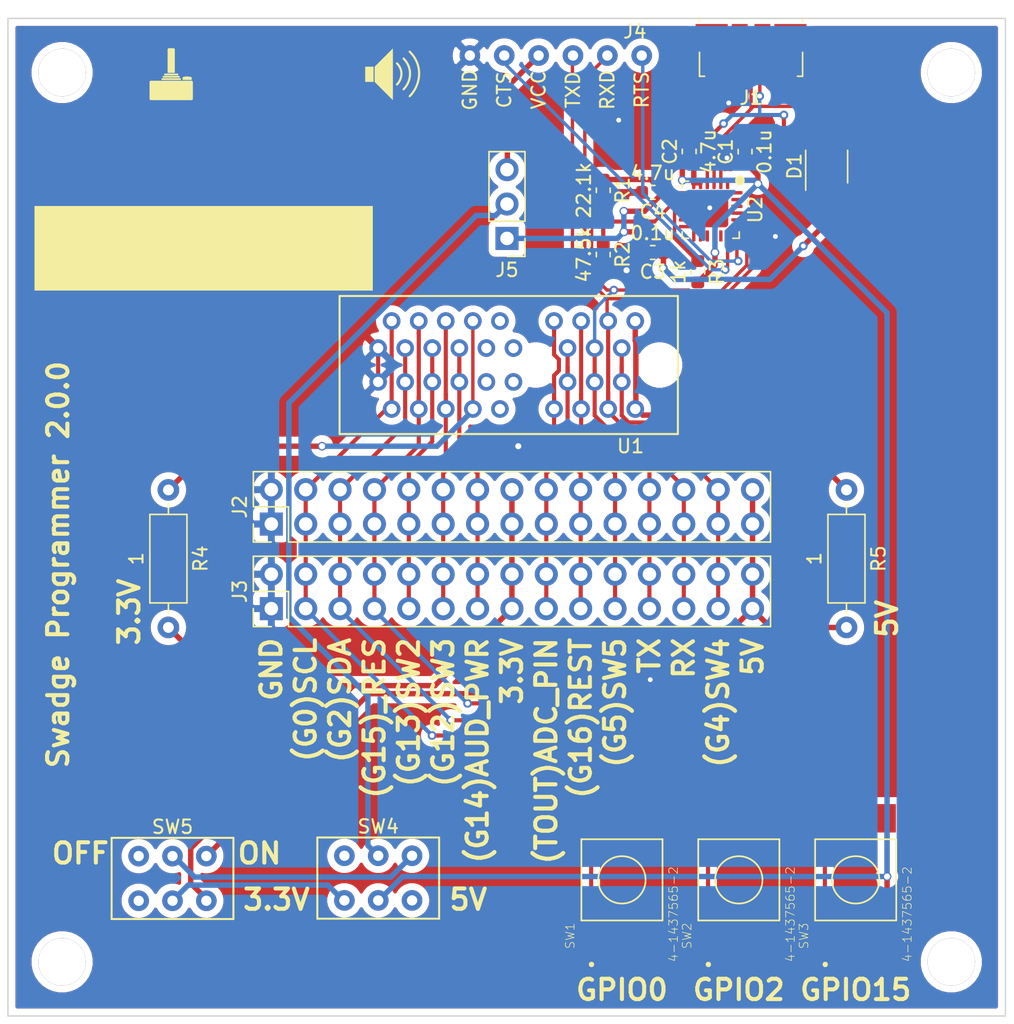
<source format=kicad_pcb>
(kicad_pcb (version 20171130) (host pcbnew "(5.1.0)-1")
  (layers (0 F.Cu signal) (31 B.Cu signal) (34 B.Paste user) (35 F.Paste user) (36 B.SilkS user) (37 F.SilkS user) (38 B.Mask user) (39 F.Mask user) (44 Edge.Cuts user))
  (net 0 "")
  (net 1 GND)
  (net 2 +3V3)
  (net 3 SW5)
  (net 4 ADC_PIN)
  (net 5 AUD_PWR)
  (net 6 SW3)
  (net 7 SW2)
  (net 8 REST)
  (net 9 SW4)
  (net 10 +5V)
  (net 11 TX)
  (net 12 SCL)
  (net 13 RX)
  (net 14 SDA)
  (net 15 "Net-(D1-Pad3)")
  (net 16 "Net-(D1-Pad4)")
  (net 17 "Net-(R1-Pad2)")
  (net 18 "Net-(R3-Pad1)")
  (net 19 3.3V)
  (net 20 5V)
  (net 21 "Net-(SW4-Pad1)")
  (net 22 "Net-(SW4-Pad6)")
  (net 23 "Net-(R4-Pad1)")
  (net 24 "Net-(R5-Pad1)")
  (net 25 CTS)
  (net 26 RTS)
  (net 27 "Net-(C3-Pad1)")
  (net 28 "Net-(J4-Pad3)")
  (net 29 _RES)
  (module Swadge_Parts:pcb_color_swatches (layer F.Cu) (at 123 64 90)
    (fp_text reference svg2mod hide)
    (fp_text value G*** hide)
    (fp_poly (pts (xy -6.250001 -12.5) (xy 0 -12.5) (xy 0 0) (xy -6.250001 0) (xy -6.250001 -12.5)) (layer F.Cu) (width 0))
    (fp_poly (pts (xy 0 -12.500001) (xy 6.249998 -12.500001) (xy 6.249998 0) (xy 0 0) (xy 0 -12.500001)) (layer F.Cu) (width 0))
  )
  (module Swadge_Parts:MAGFEST_logo_centered_final (layer F.Cu) (at 129 54.25)
    (fp_text reference svg2mod hide)
    (fp_text value G*** hide)
    (fp_poly (pts (xy 5.558629 -0.059199) (xy 5.558629 -0.056783) (xy 5.558629 -0.049763) (xy 5.558629 -0.038484) (xy 5.558629 -0.02329) (xy 5.558629 -0.004526) (xy 5.558629 0.017466) (xy 5.558629 0.042339) (xy 5.558629 0.069751) (xy 5.558629 0.099357) (xy 5.558629 0.130813) (xy 5.558629 0.163774) (xy 5.558629 0.197897) (xy 5.558629 0.232837) (xy 5.558629 0.26825) (xy 5.558629 0.303792) (xy 5.558629 0.339118) (xy 5.558629 0.373885) (xy 5.558629 0.407749) (xy 5.558629 0.440364) (xy 5.558629 0.471387) (xy 5.558629 0.500475) (xy 5.558629 0.527281) (xy 5.558629 0.551463) (xy 5.558629 0.572676) (xy 5.540707 0.572676) (xy 5.520916 0.572676) (xy 5.499398 0.572676) (xy 5.476298 0.572676) (xy 5.45176 0.572676) (xy 5.425928 0.572676) (xy 5.398944 0.572676) (xy 5.370954 0.572676) (xy 5.3421 0.572676) (xy 5.312527 0.572676) (xy 5.282378 0.572676) (xy 5.251797 0.572676) (xy 5.220928 0.572676) (xy 5.189915 0.572676) (xy 5.158901 0.572676) (xy 5.12803 0.572676) (xy 5.097446 0.572676) (xy 5.067293 0.572676) (xy 5.037714 0.572676) (xy 5.008854 0.572676) (xy 4.980856 0.572676) (xy 4.953863 0.572676) (xy 4.92802 0.572676) (xy 4.903471 0.572676) (xy 4.880359 0.572676) (xy 4.858827 0.572676) (xy 4.839021 0.572676) (xy 4.821083 0.572676) (xy 4.821094 0.564302) (xy 4.821108 0.554456) (xy 4.821123 0.543174) (xy 4.821141 0.530496) (xy 4.82116 0.516459) (xy 4.821181 0.501101) (xy 4.821205 0.484462) (xy 4.821229 0.466578) (xy 4.821256 0.447488) (xy 4.821284 0.42723) (xy 4.821314 0.405842) (xy 4.821345 0.383363) (xy 4.821378 0.35983) (xy 4.821413 0.335282) (xy 4.821448 0.309757) (xy 4.821485 0.283292) (xy 4.821524 0.255927) (xy 4.821563 0.227699) (xy 4.821604 0.198646) (xy 4.821646 0.168807) (xy 4.821689 0.13822) (xy 4.821732 0.106922) (xy 4.821777 0.074952) (xy 4.821823 0.042348) (xy 4.82187 0.009149) (xy 4.821917 -0.024608) (xy 4.821965 -0.058885) (xy 4.822014 -0.093643) (xy 4.822063 -0.128844) (xy 4.822113 -0.16445) (xy 4.822164 -0.200423) (xy 4.822215 -0.236725) (xy 4.822266 -0.273318) (xy 4.822318 -0.310163) (xy 4.82237 -0.347223) (xy 4.822422 -0.384458) (xy 4.822475 -0.421832) (xy 4.822527 -0.459306) (xy 4.82258 -0.496842) (xy 4.822633 -0.534401) (xy 4.822685 -0.571946) (xy 4.822738 -0.609438) (xy 4.822791 -0.646839) (xy 4.822843 -0.684111) (xy 4.822895 -0.721217) (xy 4.822947 -0.758117) (xy 4.822999 -0.794774) (xy 4.82305 -0.831149) (xy 4.8231 -0.867205) (xy 4.823151 -0.902903) (xy 4.8232 -0.938205) (xy 4.823249 -0.973073) (xy 4.823298 -1.007469) (xy 4.823345 -1.041354) (xy 4.823392 -1.074692) (xy 4.823438 -1.107442) (xy 4.823483 -1.139568) (xy 4.823528 -1.171031) (xy 4.823571 -1.201792) (xy 4.823613 -1.231815) (xy 4.823654 -1.26106) (xy 4.823694 -1.28949) (xy 4.823733 -1.317066) (xy 4.823771 -1.343751) (xy 4.823807 -1.369506) (xy 4.823842 -1.394292) (xy 4.823875 -1.418073) (xy 4.823907 -1.440809) (xy 4.823938 -1.462462) (xy 4.823967 -1.482996) (xy 4.823994 -1.50237) (xy 4.824019 -1.520547) (xy 4.824043 -1.53749) (xy 4.824065 -1.553159) (xy 4.824086 -1.567517) (xy 4.824104 -1.580526) (xy 4.82412 -1.592147) (xy 4.824135 -1.602342) (xy 4.824147 -1.611074) (xy 4.824157 -1.618303) (xy 4.824165 -1.623992) (xy 4.824171 -1.628103) (xy 4.824174 -1.630598) (xy 4.824175 -1.631438) (xy 2.391457 -1.631438) (xy 2.391457 -1.630582) (xy 2.391457 -1.628039) (xy 2.391457 -1.62385) (xy 2.391457 -1.618053) (xy 2.391457 -1.610689) (xy 2.391457 -1.601795) (xy 2.391457 -1.591412) (xy 2.391457 -1.579578) (xy 2.391457 -1.566334) (xy 2.391457 -1.551719) (xy 2.391457 -1.535771) (xy 2.391457 -1.518531) (xy 2.391457 -1.500037) (xy 2.391457 -1.480329) (xy 2.391457 -1.459446) (xy 2.391457 -1.437428) (xy 2.391457 -1.414314) (xy 2.391457 -1.390143) (xy 2.391457 -1.364955) (xy 2.391457 -1.338789) (xy 2.391457 -1.311684) (xy 2.391457 -1.28368) (xy 2.391457 -1.254816) (xy 2.391457 -1.225132) (xy 2.391457 -1.194666) (xy 2.391457 -1.163458) (xy 2.391457 -1.131547) (xy 2.391457 -1.098973) (xy 2.391457 -1.065775) (xy 2.391457 -1.031993) (xy 2.391457 -0.997665) (xy 2.391457 -0.962832) (xy 2.391457 -0.927532) (xy 2.391457 -0.891805) (xy 2.391457 -0.855689) (xy 2.391457 -0.819226) (xy 2.391457 -0.782453) (xy 2.391457 -0.74541) (xy 2.391457 -0.708137) (xy 2.391457 -0.670673) (xy 2.391457 -0.633057) (xy 2.391457 -0.595328) (xy 2.391457 -0.557526) (xy 2.391457 -0.519691) (xy 2.391457 -0.481861) (xy 2.391457 -0.444076) (xy 2.391457 -0.406375) (xy 2.391457 -0.368798) (xy 2.391457 -0.331384) (xy 2.391457 -0.294172) (xy 2.391457 -0.257202) (xy 2.391457 -0.220512) (xy 2.391457 -0.184143) (xy 2.391457 -0.148134) (xy 2.391457 -0.112524) (xy 2.391457 -0.077352) (xy 2.391457 -0.042657) (xy 2.391457 -0.00848) (xy 2.391457 0.025141) (xy 2.391457 0.058166) (xy 2.391457 0.090557) (xy 2.391457 0.122272) (xy 2.391457 0.153274) (xy 2.391457 0.183523) (xy 2.391457 0.21298) (xy 2.391457 0.241605) (xy 2.391457 0.269358) (xy 2.391457 0.296202) (xy 2.391457 0.322095) (xy 2.391457 0.346999) (xy 2.391457 0.370875) (xy 2.391457 0.393683) (xy 2.391457 0.415384) (xy 2.391457 0.435938) (xy 2.391457 0.455306) (xy 2.391457 0.47345) (xy 2.391457 0.490328) (xy 2.391457 0.505903) (xy 2.391457 0.520135) (xy 2.391457 0.532983) (xy 2.391457 0.544411) (xy 2.391457 0.554376) (xy 2.391457 0.562842) (xy 2.382702 0.562842) (xy 2.372535 0.562842) (xy 2.360997 0.562842) (xy 2.348125 0.562842) (xy 2.333958 0.562842) (xy 2.318535 0.562842) (xy 2.301894 0.562842) (xy 2.284074 0.562842) (xy 2.265114 0.562842) (xy 2.245053 0.562842) (xy 2.223928 0.562842) (xy 2.201779 0.562842) (xy 2.178645 0.562842) (xy 2.154563 0.562842) (xy 2.129573 0.562842) (xy 2.103714 0.562842) (xy 2.077023 0.562842) (xy 2.04954 0.562842) (xy 2.021303 0.562842) (xy 1.992351 0.562842) (xy 1.962723 0.562842) (xy 1.932456 0.562842) (xy 1.901591 0.562842) (xy 1.870165 0.562842) (xy 1.838218 0.562842) (xy 1.805787 0.562842) (xy 1.772912 0.562842) (xy 1.73963 0.562842) (xy 1.705982 0.562842) (xy 1.672005 0.562842) (xy 1.637738 0.562842) (xy 1.60322 0.562842) (xy 1.56849 0.562842) (xy 1.533585 0.562842) (xy 1.498545 0.562842) (xy 1.463408 0.562842) (xy 1.428214 0.562842) (xy 1.393 0.562842) (xy 1.357806 0.562842) (xy 1.322669 0.562842) (xy 1.287629 0.562842) (xy 1.252725 0.562842) (xy 1.217994 0.562842) (xy 1.183476 0.562842) (xy 1.149209 0.562842) (xy 1.115232 0.562842) (xy 1.081584 0.562842) (xy 1.048303 0.562842) (xy 1.015427 0.562842) (xy 0.982996 0.562842) (xy 0.951049 0.562842) (xy 0.919623 0.562842) (xy 0.888758 0.562842) (xy 0.858492 0.562842) (xy 0.828863 0.562842) (xy 0.799911 0.562842) (xy 0.771674 0.562842) (xy 0.744191 0.562842) (xy 0.717501 0.562842) (xy 0.691641 0.562842) (xy 0.666651 0.562842) (xy 0.642569 0.562842) (xy 0.619435 0.562842) (xy 0.597286 0.562842) (xy 0.576161 0.562842) (xy 0.5561 0.562842) (xy 0.53714 0.562842) (xy 0.51932 0.562842) (xy 0.502679 0.562842) (xy 0.487256 0.562842) (xy 0.473089 0.562842) (xy 0.460217 0.562842) (xy 0.448679 0.562842) (xy 0.438512 0.562842) (xy 0.429757 0.562842) (xy 0.429757 0.554376) (xy 0.429757 0.544411) (xy 0.429757 0.532983) (xy 0.429757 0.520135) (xy 0.429757 0.505903) (xy 0.429757 0.490328) (xy 0.429757 0.47345) (xy 0.429757 0.455306) (xy 0.429757 0.435938) (xy 0.429757 0.415384) (xy 0.429757 0.393683) (xy 0.429757 0.370875) (xy 0.429757 0.346999) (xy 0.429757 0.322095) (xy 0.429757 0.296202) (xy 0.429757 0.269358) (xy 0.429757 0.241605) (xy 0.429757 0.21298) (xy 0.429757 0.183523) (xy 0.429757 0.153274) (xy 0.429757 0.122272) (xy 0.429757 0.090557) (xy 0.429757 0.058166) (xy 0.429757 0.025141) (xy 0.429757 -0.00848) (xy 0.429757 -0.042657) (xy 0.429757 -0.077352) (xy 0.429757 -0.112524) (xy 0.429757 -0.148134) (xy 0.429757 -0.184143) (xy 0.429757 -0.220512) (xy 0.429757 -0.257202) (xy 0.429757 -0.294172) (xy 0.429757 -0.331384) (xy 0.429757 -0.368798) (xy 0.429757 -0.406375) (xy 0.429757 -0.444076) (xy 0.429757 -0.481861) (xy 0.429757 -0.519691) (xy 0.429757 -0.557526) (xy 0.429757 -0.595328) (xy 0.429757 -0.633057) (xy 0.429757 -0.670673) (xy 0.429757 -0.708137) (xy 0.429757 -0.74541) (xy 0.429757 -0.782453) (xy 0.429757 -0.819226) (xy 0.429757 -0.855689) (xy 0.429757 -0.891805) (xy 0.429757 -0.927532) (xy 0.429757 -0.962832) (xy 0.429757 -0.997665) (xy 0.429757 -1.031993) (xy 0.429757 -1.065775) (xy 0.429757 -1.098973) (xy 0.429757 -1.131547) (xy 0.429757 -1.163458) (xy 0.429757 -1.194666) (xy 0.429757 -1.225132) (xy 0.429757 -1.254816) (xy 0.429757 -1.28368) (xy 0.429757 -1.311684) (xy 0.429757 -1.338789) (xy 0.429757 -1.364955) (xy 0.429757 -1.390143) (xy 0.429757 -1.414314) (xy 0.429757 -1.437428) (xy 0.429757 -1.459446) (xy 0.429757 -1.480329) (xy 0.429757 -1.500037) (xy 0.429757 -1.518531) (xy 0.429757 -1.535771) (xy 0.429757 -1.551719) (xy 0.429757 -1.566334) (xy 0.429757 -1.579578) (xy 0.429757 -1.591412) (xy 0.429757 -1.601795) (xy 0.429757 -1.610689) (xy 0.429757 -1.618053) (xy 0.429757 -1.62385) (xy 0.429757 -1.628039) (xy 0.429757 -1.630582) (xy 0.429757 -1.631438) (xy -2.002837 -1.631438) (xy -2.002837 -1.630582) (xy -2.002837 -1.628039) (xy -2.002837 -1.62385) (xy -2.002837 -1.618053) (xy -2.002837 -1.610689) (xy -2.002837 -1.601795) (xy -2.002837 -1.591412) (xy -2.002837 -1.579578) (xy -2.002837 -1.566334) (xy -2.002837 -1.551719) (xy -2.002837 -1.535771) (xy -2.002837 -1.518531) (xy -2.002837 -1.500037) (xy -2.002837 -1.480329) (xy -2.002837 -1.459446) (xy -2.002837 -1.437428) (xy -2.002837 -1.414314) (xy -2.002837 -1.390143) (xy -2.002837 -1.364955) (xy -2.002837 -1.338789) (xy -2.002837 -1.311684) (xy -2.002837 -1.28368) (xy -2.002837 -1.254816) (xy -2.002837 -1.225132) (xy -2.002837 -1.194666) (xy -2.002837 -1.163458) (xy -2.002837 -1.131547) (xy -2.002837 -1.098973) (xy -2.002837 -1.065775) (xy -2.002837 -1.031993) (xy -2.002837 -0.997665) (xy -2.002837 -0.962832) (xy -2.002837 -0.927532) (xy -2.002837 -0.891805) (xy -2.002837 -0.855689) (xy -2.002837 -0.819226) (xy -2.002837 -0.782453) (xy -2.002837 -0.74541) (xy -2.002837 -0.708137) (xy -2.002837 -0.670673) (xy -2.002837 -0.633057) (xy -2.002837 -0.595328) (xy -2.002837 -0.557526) (xy -2.002837 -0.519691) (xy -2.002837 -0.481861) (xy -2.002837 -0.444076) (xy -2.002837 -0.406375) (xy -2.002837 -0.368798) (xy -2.002837 -0.331384) (xy -2.002837 -0.294172) (xy -2.002837 -0.257202) (xy -2.002837 -0.220512) (xy -2.002837 -0.184143) (xy -2.002837 -0.148134) (xy -2.002837 -0.112524) (xy -2.002837 -0.077352) (xy -2.002837 -0.042657) (xy -2.002837 -0.00848) (xy -2.002837 0.025141) (xy -2.002837 0.058166) (xy -2.002837 0.090557) (xy -2.002837 0.122272) (xy -2.002837 0.153274) (xy -2.002837 0.183523) (xy -2.002837 0.21298) (xy -2.002837 0.241605) (xy -2.002837 0.269358) (xy -2.002837 0.296202) (xy -2.002837 0.322095) (xy -2.002837 0.346999) (xy -2.002837 0.370875) (xy -2.002837 0.393683) (xy -2.002837 0.415384) (xy -2.002837 0.435938) (xy -2.002837 0.455306) (xy -2.002837 0.47345) (xy -2.002837 0.490328) (xy -2.002837 0.505903) (xy -2.002837 0.520135) (xy -2.002837 0.532983) (xy -2.002837 0.544411) (xy -2.002837 0.554376) (xy -2.002837 0.562842) (xy -2.011592 0.562842) (xy -2.021758 0.562842) (xy -2.033297 0.562842) (xy -2.046169 0.562842) (xy -2.060336 0.562842) (xy -2.075759 0.562842) (xy -2.0924 0.562842) (xy -2.11022 0.562842) (xy -2.12918 0.562842) (xy -2.149241 0.562842) (xy -2.170366 0.562842) (xy -2.192515 0.562842) (xy -2.21565 0.562842) (xy -2.239731 0.562842) (xy -2.264721 0.562842) (xy -2.290581 0.562842) (xy -2.317272 0.562842) (xy -2.344755 0.562842) (xy -2.372992 0.562842) (xy -2.401944 0.562842) (xy -2.431573 0.562842) (xy -2.461839 0.562842) (xy -2.492705 0.562842) (xy -2.524131 0.562842) (xy -2.556079 0.562842) (xy -2.58851 0.562842) (xy -2.621385 0.562842) (xy -2.654667 0.562842) (xy -2.688316 0.562842) (xy -2.722293 0.562842) (xy -2.75656 0.562842) (xy -2.791079 0.562842) (xy -2.82581 0.562842) (xy -2.860715 0.562842) (xy -2.895755 0.562842) (xy -2.930892 0.562842) (xy -2.966088 0.562842) (xy -3.001302 0.562842) (xy -3.036497 0.562842) (xy -3.071634 0.562842) (xy -3.106675 0.562842) (xy -3.14158 0.562842) (xy -3.176312 0.562842) (xy -3.210831 0.562842) (xy -3.245099 0.562842) (xy -3.279076 0.562842) (xy -3.312726 0.562842) (xy -3.346008 0.562842) (xy -3.378884 0.562842) (xy -3.411316 0.562842) (xy -3.443265 0.562842) (xy -3.474692 0.562842) (xy -3.505558 0.562842) (xy -3.535826 0.562842) (xy -3.565455 0.562842) (xy -3.594409 0.562842) (xy -3.622647 0.562842) (xy -3.650132 0.562842) (xy -3.676824 0.562842) (xy -3.702685 0.562842) (xy -3.727677 0.562842) (xy -3.75176 0.562842) (xy -3.774896 0.562842) (xy -3.797047 0.562842) (xy -3.818173 0.562842) (xy -3.838237 0.562842) (xy -3.857199 0.562842) (xy -3.875021 0.562842) (xy -3.891664 0.562842) (xy -3.907089 0.562842) (xy -3.921258 0.562842) (xy -3.934132 0.562842) (xy -3.945673 0.562842) (xy -3.955842 0.562842) (xy -3.9646 0.562842) (xy -3.9646 0.554376) (xy -3.9646 0.544411) (xy -3.9646 0.532983) (xy -3.9646 0.520135) (xy -3.9646 0.505903) (xy -3.9646 0.490328) (xy -3.9646 0.47345) (xy -3.9646 0.455306) (xy -3.9646 0.435938) (xy -3.9646 0.415384) (xy -3.9646 0.393683) (xy -3.9646 0.370875) (xy -3.9646 0.346999) (xy -3.9646 0.322095) (xy -3.9646 0.296202) (xy -3.9646 0.269358) (xy -3.9646 0.241605) (xy -3.9646 0.21298) (xy -3.9646 0.183523) (xy -3.9646 0.153274) (xy -3.9646 0.122272) (xy -3.9646 0.090557) (xy -3.9646 0.058166) (xy -3.9646 0.025141) (xy -3.9646 -0.00848) (xy -3.9646 -0.042657) (xy -3.9646 -0.077352) (xy -3.9646 -0.112524) (xy -3.9646 -0.148134) (xy -3.9646 -0.184143) (xy -3.9646 -0.220512) (xy -3.9646 -0.257202) (xy -3.9646 -0.294172) (xy -3.9646 -0.331384) (xy -3.9646 -0.368798) (xy -3.9646 -0.406375) (xy -3.9646 -0.444076) (xy -3.9646 -0.481861) (xy -3.9646 -0.519691) (xy -3.9646 -0.557526) (xy -3.9646 -0.595328) (xy -3.9646 -0.633057) (xy -3.9646 -0.670673) (xy -3.9646 -0.708137) (xy -3.9646 -0.74541) (xy -3.9646 -0.782453) (xy -3.9646 -0.819226) (xy -3.9646 -0.855689) (xy -3.9646 -0.891805) (xy -3.9646 -0.927532) (xy -3.9646 -0.962832) (xy -3.9646 -0.997665) (xy -3.9646 -1.031993) (xy -3.9646 -1.065775) (xy -3.9646 -1.098973) (xy -3.9646 -1.131547) (xy -3.9646 -1.163458) (xy -3.9646 -1.194666) (xy -3.9646 -1.225132) (xy -3.9646 -1.254816) (xy -3.9646 -1.28368) (xy -3.9646 -1.311684) (xy -3.9646 -1.338789) (xy -3.9646 -1.364955) (xy -3.9646 -1.390143) (xy -3.9646 -1.414314) (xy -3.9646 -1.437428) (xy -3.9646 -1.459446) (xy -3.9646 -1.480329) (xy -3.9646 -1.500037) (xy -3.9646 -1.518531) (xy -3.9646 -1.535771) (xy -3.9646 -1.551719) (xy -3.9646 -1.566334) (xy -3.9646 -1.579578) (xy -3.9646 -1.591412) (xy -3.9646 -1.601795) (xy -3.9646 -1.610689) (xy -3.9646 -1.618053) (xy -3.9646 -1.62385) (xy -3.9646 -1.628039) (xy -3.9646 -1.630582) (xy -3.9646 -1.631438) (xy -6.3971 -1.631438) (xy -6.3971 -1.630582) (xy -6.3971 -1.628039) (xy -6.3971 -1.62385) (xy -6.3971 -1.618053) (xy -6.3971 -1.610689) (xy -6.3971 -1.601795) (xy -6.3971 -1.591412) (xy -6.3971 -1.579578) (xy -6.3971 -1.566334) (xy -6.3971 -1.551719) (xy -6.3971 -1.535771) (xy -6.3971 -1.518531) (xy -6.3971 -1.500037) (xy -6.3971 -1.480329) (xy -6.3971 -1.459446) (xy -6.3971 -1.437428) (xy -6.3971 -1.414314) (xy -6.3971 -1.390143) (xy -6.3971 -1.364955) (xy -6.3971 -1.338789) (xy -6.3971 -1.311684) (xy -6.3971 -1.28368) (xy -6.3971 -1.254816) (xy -6.3971 -1.225132) (xy -6.3971 -1.194666) (xy -6.3971 -1.163458) (xy -6.3971 -1.131547) (xy -6.3971 -1.098973) (xy -6.3971 -1.065775) (xy -6.3971 -1.031993) (xy -6.3971 -0.997665) (xy -6.3971 -0.962832) (xy -6.3971 -0.927532) (xy -6.3971 -0.891805) (xy -6.3971 -0.855689) (xy -6.3971 -0.819226) (xy -6.3971 -0.782453) (xy -6.3971 -0.74541) (xy -6.3971 -0.708137) (xy -6.3971 -0.670673) (xy -6.3971 -0.633057) (xy -6.3971 -0.595328) (xy -6.3971 -0.557526) (xy -6.3971 -0.519691) (xy -6.3971 -0.481861) (xy -6.3971 -0.444076) (xy -6.3971 -0.406375) (xy -6.3971 -0.368798) (xy -6.3971 -0.331384) (xy -6.3971 -0.294172) (xy -6.3971 -0.257202) (xy -6.3971 -0.220512) (xy -6.3971 -0.184143) (xy -6.3971 -0.148134) (xy -6.3971 -0.112524) (xy -6.3971 -0.077352) (xy -6.3971 -0.042657) (xy -6.3971 -0.00848) (xy -6.3971 0.025141) (xy -6.3971 0.058166) (xy -6.3971 0.090557) (xy -6.3971 0.122272) (xy -6.3971 0.153274) (xy -6.3971 0.183523) (xy -6.3971 0.21298) (xy -6.3971 0.241605) (xy -6.3971 0.269358) (xy -6.3971 0.296202) (xy -6.3971 0.322095) (xy -6.3971 0.346999) (xy -6.3971 0.370875) (xy -6.3971 0.393683) (xy -6.3971 0.415384) (xy -6.3971 0.435938) (xy -6.3971 0.455306) (xy -6.3971 0.47345) (xy -6.3971 0.490328) (xy -6.3971 0.505903) (xy -6.3971 0.520135) (xy -6.3971 0.532983) (xy -6.3971 0.544411) (xy -6.3971 0.554376) (xy -6.3971 0.562842) (xy -6.416407 0.562842) (xy -6.437331 0.562842) (xy -6.459671 0.562842) (xy -6.483228 0.562842) (xy -6.507803 0.562842) (xy -6.533195 0.562842) (xy -6.559206 0.562842) (xy -6.585635 0.562842) (xy -6.612284 0.562842) (xy -6.638952 0.562842) (xy -6.66544 0.562842) (xy -6.691549 0.562842) (xy -6.717078 0.562842) (xy -6.717078 0.801062) (xy -6.158841 0.801062) (xy -6.158841 0.800206) (xy -6.158841 0.797663) (xy -6.158841 0.793474) (xy -6.158841 0.787677) (xy -6.158841 0.780313) (xy -6.158841 0.771419) (xy -6.158841 0.761036) (xy -6.158841 0.749203) (xy -6.158841 0.735959) (xy -6.158841 0.721344) (xy -6.158841 0.705397) (xy -6.158841 0.688156) (xy -6.158841 0.669663) (xy -6.158841 0.649955) (xy -6.158841 0.629073) (xy -6.158841 0.607056) (xy -6.158841 0.583942) (xy -6.158841 0.559772) (xy -6.158841 0.534584) (xy -6.158841 0.508418) (xy -6.158841 0.481314) (xy -6.158841 0.453311) (xy -6.158841 0.424447) (xy -6.158841 0.394763) (xy -6.158841 0.364297) (xy -6.158841 0.33309) (xy -6.158841 0.30118) (xy -6.158841 0.268607) (xy -6.158841 0.23541) (xy -6.158841 0.201628) (xy -6.158841 0.167301) (xy -6.158841 0.132468) (xy -6.158841 0.097169) (xy -6.158841 0.061442) (xy -6.158841 0.025328) (xy -6.158841 -0.011135) (xy -6.158841 -0.047908) (xy -6.158841 -0.084949) (xy -6.158841 -0.122222) (xy -6.158841 -0.159686) (xy -6.158841 -0.197301) (xy -6.158841 -0.235029) (xy -6.158841 -0.27283) (xy -6.158841 -0.310665) (xy -6.158841 -0.348494) (xy -6.158841 -0.386278) (xy -6.158841 -0.423978) (xy -6.158841 -0.461555) (xy -6.158841 -0.498968) (xy -6.158841 -0.536179) (xy -6.158841 -0.573149) (xy -6.158841 -0.609838) (xy -6.158841 -0.646206) (xy -6.158841 -0.682215) (xy -6.158841 -0.717825) (xy -6.158841 -0.752996) (xy -6.158841 -0.78769) (xy -6.158841 -0.821866) (xy -6.158841 -0.855487) (xy -6.158841 -0.888511) (xy -6.158841 -0.920901) (xy -6.158841 -0.952616) (xy -6.158841 -0.983618) (xy -6.158841 -1.013866) (xy -6.158841 -1.043322) (xy -6.158841 -1.071947) (xy -6.158841 -1.0997) (xy -6.158841 -1.126543) (xy -6.158841 -1.152435) (xy -6.158841 -1.177339) (xy -6.158841 -1.201215) (xy -6.158841 -1.224022) (xy -6.158841 -1.245723) (xy -6.158841 -1.266277) (xy -6.158841 -1.285645) (xy -6.158841 -1.303788) (xy -6.158841 -1.320666) (xy -6.158841 -1.33624) (xy -6.158841 -1.350472) (xy -6.158841 -1.36332) (xy -6.158841 -1.374747) (xy -6.158841 -1.384713) (xy -6.158841 -1.393178) (xy -6.149965 -1.393178) (xy -6.139645 -1.393178) (xy -6.127922 -1.393178) (xy -6.114837 -1.393178) (xy -6.100429 -1.393178) (xy -6.084738 -1.393178) (xy -6.067805 -1.393178) (xy -6.049669 -1.393178) (xy -6.030371 -1.393178) (xy -6.009951 -1.393178) (xy -5.988449 -1.393178) (xy -5.965904 -1.393178) (xy -5.942357 -1.393178) (xy -5.917848 -1.393178) (xy -5.892418 -1.393178) (xy -5.866105 -1.393178) (xy -5.838951 -1.393178) (xy -5.810996 -1.393178) (xy -5.782278 -1.393178) (xy -5.75284 -1.393178) (xy -5.722719 -1.393178) (xy -5.691958 -1.393178) (xy -5.660595 -1.393178) (xy -5.628671 -1.393178) (xy -5.596226 -1.393178) (xy -5.5633 -1.393178) (xy -5.529934 -1.393178) (xy -5.496166 -1.393178) (xy -5.462038 -1.393178) (xy -5.427589 -1.393178) (xy -5.392859 -1.393178) (xy -5.357889 -1.393178) (xy -5.322719 -1.393178) (xy -5.287388 -1.393178) (xy -5.251937 -1.393178) (xy -5.216405 -1.393178) (xy -5.180834 -1.393178) (xy -5.145263 -1.393178) (xy -5.109732 -1.393178) (xy -5.07428 -1.393178) (xy -5.03895 -1.393178) (xy -5.003779 -1.393178) (xy -4.968809 -1.393178) (xy -4.934079 -1.393178) (xy -4.89963 -1.393178) (xy -4.865502 -1.393178) (xy -4.831734 -1.393178) (xy -4.798368 -1.393178) (xy -4.765442 -1.393178) (xy -4.732997 -1.393178) (xy -4.701073 -1.393178) (xy -4.66971 -1.393178) (xy -4.638949 -1.393178) (xy -4.608829 -1.393178) (xy -4.57939 -1.393178) (xy -4.550673 -1.393178) (xy -4.522717 -1.393178) (xy -4.495563 -1.393178) (xy -4.46925 -1.393178) (xy -4.44382 -1.393178) (xy -4.419311 -1.393178) (xy -4.395764 -1.393178) (xy -4.37322 -1.393178) (xy -4.351717 -1.393178) (xy -4.331297 -1.393178) (xy -4.311999 -1.393178) (xy -4.293863 -1.393178) (xy -4.27693 -1.393178) (xy -4.261239 -1.393178) (xy -4.246831 -1.393178) (xy -4.233746 -1.393178) (xy -4.222023 -1.393178) (xy -4.211703 -1.393178) (xy -4.202827 -1.393178) (xy -4.202827 -1.384713) (xy -4.202827 -1.374747) (xy -4.202827 -1.36332) (xy -4.202827 -1.350472) (xy -4.202827 -1.33624) (xy -4.202827 -1.320666) (xy -4.202827 -1.303788) (xy -4.202827 -1.285645) (xy -4.202827 -1.266277) (xy -4.202827 -1.245723) (xy -4.202827 -1.224022) (xy -4.202827 -1.201215) (xy -4.202827 -1.177339) (xy -4.202827 -1.152435) (xy -4.202827 -1.126543) (xy -4.202827 -1.0997) (xy -4.202827 -1.071947) (xy -4.202827 -1.043322) (xy -4.202827 -1.013866) (xy -4.202827 -0.983618) (xy -4.202827 -0.952616) (xy -4.202827 -0.920901) (xy -4.202827 -0.888511) (xy -4.202827 -0.855487) (xy -4.202827 -0.821866) (xy -4.202827 -0.78769) (xy -4.202827 -0.752996) (xy -4.202827 -0.717825) (xy -4.202827 -0.682215) (xy -4.202827 -0.646206) (xy -4.202827 -0.609838) (xy -4.202827 -0.573149) (xy -4.202827 -0.536179) (xy -4.202827 -0.498968) (xy -4.202827 -0.461555) (xy -4.202827 -0.423978) (xy -4.202827 -0.386278) (xy -4.202827 -0.348494) (xy -4.202827 -0.310665) (xy -4.202827 -0.27283) (xy -4.202827 -0.235029) (xy -4.202827 -0.197301) (xy -4.202827 -0.159686) (xy -4.202827 -0.122222) (xy -4.202827 -0.084949) (xy -4.202827 -0.047908) (xy -4.202827 -0.011135) (xy -4.202827 0.025328) (xy -4.202827 0.061442) (xy -4.202827 0.097169) (xy -4.202827 0.132468) (xy -4.202827 0.167301) (xy -4.202827 0.201628) (xy -4.202827 0.23541) (xy -4.202827 0.268607) (xy -4.202827 0.30118) (xy -4.202827 0.33309) (xy -4.202827 0.364297) (xy -4.202827 0.394763) (xy -4.202827 0.424447) (xy -4.202827 0.453311) (xy -4.202827 0.481314) (xy -4.202827 0.508418) (xy -4.202827 0.534584) (xy -4.202827 0.559772) (xy -4.202827 0.583942) (xy -4.202827 0.607056) (xy -4.202827 0.629073) (xy -4.202827 0.649955) (xy -4.202827 0.669663) (xy -4.202827 0.688156) (xy -4.202827 0.705397) (xy -4.202827 0.721344) (xy -4.202827 0.735959) (xy -4.202827 0.749203) (xy -4.202827 0.761036) (xy -4.202827 0.771419) (xy -4.202827 0.780313) (xy -4.202827 0.787677) (xy -4.202827 0.793474) (xy -4.202827 0.797663) (xy -4.202827 0.800206) (xy -4.202827 0.801062) (xy -1.764579 0.801062) (xy -1.764579 0.800206) (xy -1.764579 0.797663) (xy -1.764579 0.793474) (xy -1.764579 0.787677) (xy -1.764579 0.780313) (xy -1.764579 0.771419) (xy -1.764579 0.761036) (xy -1.764579 0.749203) (xy -1.764579 0.735959) (xy -1.764579 0.721344) (xy -1.764579 0.705397) (xy -1.764579 0.688156) (xy -1.764579 0.669663) (xy -1.764579 0.649955) (xy -1.764579 0.629073) (xy -1.764579 0.607056) (xy -1.764579 0.583942) (xy -1.764579 0.559772) (xy -1.764579 0.534584) (xy -1.764579 0.508418) (xy -1.764579 0.481314) (xy -1.764579 0.453311) (xy -1.764579 0.424447) (xy -1.764579 0.394763) (xy -1.764579 0.364297) (xy -1.764579 0.33309) (xy -1.764579 0.30118) (xy -1.764579 0.268607) (xy -1.764579 0.23541) (xy -1.764579 0.201628) (xy -1.764579 0.167301) (xy -1.764579 0.132468) (xy -1.764579 0.097169) (xy -1.764579 0.061442) (xy -1.764579 0.025328) (xy -1.764579 -0.011135) (xy -1.764579 -0.047908) (xy -1.764579 -0.084949) (xy -1.764579 -0.122222) (xy -1.764579 -0.159686) (xy -1.764579 -0.197301) (xy -1.764579 -0.235029) (xy -1.764579 -0.27283) (xy -1.764579 -0.310665) (xy -1.764579 -0.348494) (xy -1.764579 -0.386278) (xy -1.764579 -0.423978) (xy -1.764579 -0.461555) (xy -1.764579 -0.498968) (xy -1.764579 -0.536179) (xy -1.764579 -0.573149) (xy -1.764579 -0.609838) (xy -1.764579 -0.646206) (xy -1.764579 -0.682215) (xy -1.764579 -0.717825) (xy -1.764579 -0.752996) (xy -1.764579 -0.78769) (xy -1.764579 -0.821866) (xy -1.764579 -0.855487) (xy -1.764579 -0.888511) (xy -1.764579 -0.920901) (xy -1.764579 -0.952616) (xy -1.764579 -0.983618) (xy -1.764579 -1.013866) (xy -1.764579 -1.043322) (xy -1.764579 -1.071947) (xy -1.764579 -1.0997) (xy -1.764579 -1.126543) (xy -1.764579 -1.152435) (xy -1.764579 -1.177339) (xy -1.764579 -1.201215) (xy -1.764579 -1.224022) (xy -1.764579 -1.245723) (xy -1.764579 -1.266277) (xy -1.764579 -1.285645) (xy -1.764579 -1.303788) (xy -1.764579 -1.320666) (xy -1.764579 -1.33624) (xy -1.764579 -1.350472) (xy -1.764579 -1.36332) (xy -1.764579 -1.374747) (xy -1.764579 -1.384713) (xy -1.764579 -1.393178) (xy -1.755701 -1.393178) (xy -1.74538 -1.393178) (xy -1.733657 -1.393178) (xy -1.72057 -1.393178) (xy -1.706161 -1.393178) (xy -1.69047 -1.393178) (xy -1.673536 -1.393178) (xy -1.655399 -1.393178) (xy -1.6361 -1.393178) (xy -1.615679 -1.393178) (xy -1.594176 -1.393178) (xy -1.571631 -1.393178) (xy -1.548083 -1.393178) (xy -1.523574 -1.393178) (xy -1.498143 -1.393178) (xy -1.47183 -1.393178) (xy -1.444676 -1.393178) (xy -1.416719 -1.393178) (xy -1.388002 -1.393178) (xy -1.358563 -1.393178) (xy -1.328442 -1.393178) (xy -1.29768 -1.393178) (xy -1.266317 -1.393178) (xy -1.234393 -1.393178) (xy -1.201948 -1.393178) (xy -1.169022 -1.393178) (xy -1.135655 -1.393178) (xy -1.101887 -1.393178) (xy -1.067758 -1.393178) (xy -1.033309 -1.393178) (xy -0.998579 -1.393178) (xy -0.963609 -1.393178) (xy -0.928438 -1.393178) (xy -0.893107 -1.393178) (xy -0.857655 -1.393178) (xy -0.822124 -1.393178) (xy -0.786552 -1.393178) (xy -0.750981 -1.393178) (xy -0.715449 -1.393178) (xy -0.679998 -1.393178) (xy -0.644666 -1.393178) (xy -0.609496 -1.393178) (xy -0.574525 -1.393178) (xy -0.539795 -1.393178) (xy -0.505345 -1.393178) (xy -0.471216 -1.393178) (xy -0.437448 -1.393178) (xy -0.404081 -1.393178) (xy -0.371154 -1.393178) (xy -0.338709 -1.393178) (xy -0.306784 -1.393178) (xy -0.27542 -1.393178) (xy -0.244658 -1.393178) (xy -0.214537 -1.393178) (xy -0.185097 -1.393178) (xy -0.156379 -1.393178) (xy -0.128422 -1.393178) (xy -0.101267 -1.393178) (xy -0.074953 -1.393178) (xy -0.049521 -1.393178) (xy -0.025011 -1.393178) (xy -0.001463 -1.393178) (xy 0.021083 -1.393178) (xy 0.042587 -1.393178) (xy 0.063009 -1.393178) (xy 0.082309 -1.393178) (xy 0.100446 -1.393178) (xy 0.117382 -1.393178) (xy 0.133074 -1.393178) (xy 0.147484 -1.393178) (xy 0.160572 -1.393178) (xy 0.172297 -1.393178) (xy 0.182619 -1.393178) (xy 0.191498 -1.393178) (xy 0.191498 -1.384713) (xy 0.191498 -1.374747) (xy 0.191498 -1.36332) (xy 0.191498 -1.350472) (xy 0.191498 -1.33624) (xy 0.191498 -1.320666) (xy 0.191498 -1.303788) (xy 0.191498 -1.285645) (xy 0.191498 -1.266277) (xy 0.191498 -1.245723) (xy 0.191498 -1.224022) (xy 0.191498 -1.201215) (xy 0.191498 -1.177339) (xy 0.191498 -1.152435) (xy 0.191498 -1.126543) (xy 0.191498 -1.0997) (xy 0.191498 -1.071947) (xy 0.191498 -1.043322) (xy 0.191498 -1.013866) (xy 0.191498 -0.983618) (xy 0.191498 -0.952616) (xy 0.191498 -0.920901) (xy 0.191498 -0.888511) (xy 0.191498 -0.855487) (xy 0.191498 -0.821866) (xy 0.191498 -0.78769) (xy 0.191498 -0.752996) (xy 0.191498 -0.717825) (xy 0.191498 -0.682215) (xy 0.191498 -0.646206) (xy 0.191498 -0.609838) (xy 0.191498 -0.573149) (xy 0.191498 -0.536179) (xy 0.191498 -0.498968) (xy 0.191498 -0.461555) (xy 0.191498 -0.423978) (xy 0.191498 -0.386278) (xy 0.191498 -0.348494) (xy 0.191498 -0.310665) (xy 0.191498 -0.27283) (xy 0.191498 -0.235029) (xy 0.191498 -0.197301) (xy 0.191498 -0.159686) (xy 0.191498 -0.122222) (xy 0.191498 -0.084949) (xy 0.191498 -0.047908) (xy 0.191498 -0.011135) (xy 0.191498 0.025328) (xy 0.191498 0.061442) (xy 0.191498 0.097169) (xy 0.191498 0.132468) (xy 0.191498 0.167301) (xy 0.191498 0.201628) (xy 0.191498 0.23541) (xy 0.191498 0.268607) (xy 0.191498 0.30118) (xy 0.191498 0.33309) (xy 0.191498 0.364297) (xy 0.191498 0.394763) (xy 0.191498 0.424447) (xy 0.191498 0.453311) (xy 0.191498 0.481314) (xy 0.191498 0.508418) (xy 0.191498 0.534584) (xy 0.191498 0.559772) (xy 0.191498 0.583942) (xy 0.191498 0.607056) (xy 0.191498 0.629073) (xy 0.191498 0.649955) (xy 0.191498 0.669663) (xy 0.191498 0.688156) (xy 0.191498 0.705397) (xy 0.191498 0.721344) (xy 0.191498 0.735959) (xy 0.191498 0.749203) (xy 0.191498 0.761036) (xy 0.191498 0.771419) (xy 0.191498 0.780313) (xy 0.191498 0.787677) (xy 0.191498 0.793474) (xy 0.191498 0.797663) (xy 0.191498 0.800206) (xy 0.191498 0.801062) (xy 2.629746 0.801062) (xy 2.629746 0.800206) (xy 2.629746 0.797663) (xy 2.629746 0.793474) (xy 2.629746 0.787677) (xy 2.629746 0.780313) (xy 2.629746 0.771419) (xy 2.629746 0.761036) (xy 2.629746 0.749203) (xy 2.629746 0.735959) (xy 2.629746 0.721344) (xy 2.629746 0.705397) (xy 2.629746 0.688156) (xy 2.629746 0.669663) (xy 2.629746 0.649955) (xy 2.629746 0.629073) (xy 2.629746 0.607056) (xy 2.629746 0.583942) (xy 2.629746 0.559772) (xy 2.629746 0.534584) (xy 2.629746 0.508418) (xy 2.629746 0.481314) (xy 2.629746 0.453311) (xy 2.629746 0.424447) (xy 2.629746 0.394763) (xy 2.629746 0.364297) (xy 2.629746 0.33309) (xy 2.629746 0.30118) (xy 2.629746 0.268607) (xy 2.629746 0.23541) (xy 2.629746 0.201628) (xy 2.629746 0.167301) (xy 2.629746 0.132468) (xy 2.629746 0.097169) (xy 2.629746 0.061442) (xy 2.629746 0.025328) (xy 2.629746 -0.011135) (xy 2.629746 -0.047908) (xy 2.629746 -0.084949) (xy 2.629746 -0.122222) (xy 2.629746 -0.159686) (xy 2.629746 -0.197301) (xy 2.629746 -0.235029) (xy 2.629746 -0.27283) (xy 2.629746 -0.310665) (xy 2.629746 -0.348494) (xy 2.629746 -0.386278) (xy 2.629746 -0.423978) (xy 2.629746 -0.461555) (xy 2.629746 -0.498968) (xy 2.629746 -0.536179) (xy 2.629746 -0.573149) (xy 2.629746 -0.609838) (xy 2.629746 -0.646206) (xy 2.629746 -0.682215) (xy 2.629746 -0.717825) (xy 2.629746 -0.752996) (xy 2.629746 -0.78769) (xy 2.629746 -0.821866) (xy 2.629746 -0.855487) (xy 2.629746 -0.888511) (xy 2.629746 -0.920901) (xy 2.629746 -0.952616) (xy 2.629746 -0.983618) (xy 2.629746 -1.013866) (xy 2.629746 -1.043322) (xy 2.629746 -1.071947) (xy 2.629746 -1.0997) (xy 2.629746 -1.126543) (xy 2.629746 -1.152435) (xy 2.629746 -1.177339) (xy 2.629746 -1.201215) (xy 2.629746 -1.224022) (xy 2.629746 -1.245723) (xy 2.629746 -1.266277) (xy 2.629746 -1.285645) (xy 2.629746 -1.303788) (xy 2.629746 -1.320666) (xy 2.629746 -1.33624) (xy 2.629746 -1.350472) (xy 2.629746 -1.36332) (xy 2.629746 -1.374747) (xy 2.629746 -1.384713) (xy 2.629746 -1.393178) (xy 2.638621 -1.393178) (xy 2.648939 -1.393178) (xy 2.660659 -1.393178) (xy 2.673742 -1.393178) (xy 2.688148 -1.393178) (xy 2.703835 -1.393178) (xy 2.720765 -1.393178) (xy 2.738897 -1.393178) (xy 2.758191 -1.393178) (xy 2.778607 -1.393178) (xy 2.800105 -1.393178) (xy 2.822645 -1.393178) (xy 2.846187 -1.393178) (xy 2.870691 -1.393178) (xy 2.896116 -1.393178) (xy 2.922423 -1.393178) (xy 2.949572 -1.393178) (xy 2.977522 -1.393178) (xy 3.006233 -1.393178) (xy 3.035666 -1.393178) (xy 3.06578 -1.393178) (xy 3.096535 -1.393178) (xy 3.127892 -1.393178) (xy 3.159809 -1.393178) (xy 3.192248 -1.393178) (xy 3.225167 -1.393178) (xy 3.258528 -1.393178) (xy 3.292289 -1.393178) (xy 3.326411 -1.393178) (xy 3.360854 -1.393178) (xy 3.395577 -1.393178) (xy 3.430541 -1.393178) (xy 3.465705 -1.393178) (xy 3.50103 -1.393178) (xy 3.536475 -1.393178) (xy 3.572 -1.393178) (xy 3.607566 -1.393178) (xy 3.643132 -1.393178) (xy 3.678657 -1.393178) (xy 3.714103 -1.393178) (xy 3.749429 -1.393178) (xy 3.784594 -1.393178) (xy 3.81956 -1.393178) (xy 3.854285 -1.393178) (xy 3.88873 -1.393178) (xy 3.922854 -1.393178) (xy 3.956618 -1.393178) (xy 3.989981 -1.393178) (xy 4.022904 -1.393178) (xy 4.055346 -1.393178) (xy 4.087267 -1.393178) (xy 4.118628 -1.393178) (xy 4.149387 -1.393178) (xy 4.179506 -1.393178) (xy 4.208943 -1.393178) (xy 4.23766 -1.393178) (xy 4.265615 -1.393178) (xy 4.292769 -1.393178) (xy 4.319082 -1.393178) (xy 4.344514 -1.393178) (xy 4.369024 -1.393178) (xy 4.392572 -1.393178) (xy 4.415119 -1.393178) (xy 4.436625 -1.393178) (xy 4.457048 -1.393178) (xy 4.47635 -1.393178) (xy 4.49449 -1.393178) (xy 4.511428 -1.393178) (xy 4.527125 -1.393178) (xy 4.541539 -1.393178) (xy 4.554631 -1.393178) (xy 4.566361 -1.393178) (xy 4.576688 -1.393178) (xy 4.585573 -1.393178) (xy 4.585562 -1.384806) (xy 4.585548 -1.37496) (xy 4.585533 -1.363679) (xy 4.585515 -1.351002) (xy 4.585496 -1.336966) (xy 4.585475 -1.32161) (xy 4.585451 -1.304971) (xy 4.585427 -1.287088) (xy 4.5854 -1.267999) (xy 4.585372 -1.247742) (xy 4.585342 -1.226355) (xy 4.58531 -1.203876) (xy 4.585278 -1.180344) (xy 4.585243 -1.155797) (xy 4.585208 -1.130272) (xy 4.585171 -1.103809) (xy 4.585132 -1.076444) (xy 4.585093 -1.048217) (xy 4.585052 -1.019165) (xy 4.58501 -0.989326) (xy 4.584967 -0.958739) (xy 4.584924 -0.927442) (xy 4.584879 -0.895473) (xy 4.584833 -0.862869) (xy 4.584786 -0.82967) (xy 4.584739 -0.795914) (xy 4.584691 -0.761638) (xy 4.584642 -0.72688) (xy 4.584593 -0.691679) (xy 4.584543 -0.656073) (xy 4.584492 -0.620101) (xy 4.584441 -0.583799) (xy 4.58439 -0.547207) (xy 4.584338 -0.510362) (xy 4.584286 -0.473303) (xy 4.584234 -0.436067) (xy 4.584181 -0.398694) (xy 4.584129 -0.36122) (xy 4.584076 -0.323685) (xy 4.584023 -0.286126) (xy 4.583971 -0.248581) (xy 4.583918 -0.21109) (xy 4.583865 -0.173688) (xy 4.583813 -0.136416) (xy 4.583761 -0.099311) (xy 4.583709 -0.062411) (xy 4.583657 -0.025754) (xy 4.583606 0.010621) (xy 4.583555 0.046677) (xy 4.583505 0.082375) (xy 4.583456 0.117677) (xy 4.583407 0.152545) (xy 4.583358 0.18694) (xy 4.583311 0.220826) (xy 4.583264 0.254163) (xy 4.583218 0.286913) (xy 4.583172 0.319039) (xy 4.583128 0.350502) (xy 4.583085 0.381264) (xy 4.583043 0.411286) (xy 4.583002 0.440532) (xy 4.582962 0.468961) (xy 4.582923 0.496538) (xy 4.582885 0.523222) (xy 4.582849 0.548977) (xy 4.582814 0.573763) (xy 4.582781 0.597544) (xy 4.582749 0.62028) (xy 4.582718 0.641934) (xy 4.582689 0.662467) (xy 4.582662 0.681841) (xy 4.582637 0.700019) (xy 4.582613 0.716961) (xy 4.582591 0.732631) (xy 4.58257 0.746989) (xy 4.582552 0.759997) (xy 4.582536 0.771618) (xy 4.582521 0.781814) (xy 4.582509 0.790545) (xy 4.582499 0.797775) (xy 4.582491 0.803464) (xy 4.582485 0.807575) (xy 4.582482 0.81007) (xy 4.58248 0.81091) (xy 5.796856 0.81091) (xy 5.796856 0.808493) (xy 5.796856 0.801472) (xy 5.796856 0.790192) (xy 5.796856 0.774996) (xy 5.796856 0.756229) (xy 5.796856 0.734236) (xy 5.796856 0.709359) (xy 5.796856 0.681945) (xy 5.796856 0.652336) (xy 5.796856 0.620878) (xy 5.796856 0.587914) (xy 5.796856 0.553789) (xy 5.796856 0.518847) (xy 5.796856 0.483433) (xy 5.796856 0.447889) (xy 5.796856 0.412562) (xy 5.796856 0.377795) (xy 5.796856 0.343933) (xy 5.796856 0.311319) (xy 5.796856 0.280298) (xy 5.796856 0.251214) (xy 5.796856 0.224412) (xy 5.796856 0.200235) (xy 5.796856 0.179029) (xy 5.815928 0.179029) (xy 5.835576 0.179029) (xy 5.855585 0.179029) (xy 5.855585 -0.059199) (xy 5.558629 -0.059199)) (layer F.Cu) (width 0))
    (fp_poly (pts (xy 6.589227 1.25352) (xy 6.300706 1.25352) (xy 6.300706 1.77399) (xy 6.298925 1.795576) (xy 6.293576 1.814563) (xy 6.284655 1.83096) (xy 6.272154 1.844777) (xy 6.251866 1.858674) (xy 6.229017 1.867021) (xy 6.203647 1.869806) (xy 6.179045 1.867021) (xy 6.156671 1.858674) (xy 6.136547 1.844777) (xy 6.124028 1.830965) (xy 6.115097 1.814567) (xy 6.109745 1.795577) (xy 6.107963 1.77399) (xy 6.107963 1.25352) (xy 5.817349 1.25352) (xy 5.79568 1.25173) (xy 5.776539 1.246359) (xy 5.759911 1.237409) (xy 5.745781 1.224882) (xy 5.731436 1.204584) (xy 5.722858 1.181729) (xy 5.720008 1.156305) (xy 5.722855 1.130902) (xy 5.731416 1.108015) (xy 5.745717 1.087711) (xy 5.759842 1.075213) (xy 5.776453 1.066292) (xy 5.795564 1.060942) (xy 5.817192 1.05916) (xy 6.589101 1.05916) (xy 6.610738 1.060942) (xy 6.629868 1.066291) (xy 6.646491 1.075212) (xy 6.660607 1.087711) (xy 6.674858 1.108018) (xy 6.683425 1.130903) (xy 6.686285 1.156305) (xy 6.683432 1.181729) (xy 6.674872 1.204585) (xy 6.660607 1.224882) (xy 6.646511 1.237405) (xy 6.629907 1.246355) (xy 6.610808 1.251728) (xy 6.589226 1.25352) (xy 6.589227 1.25352)) (layer F.Cu) (width 0))
    (fp_poly (pts (xy 4.710966 1.774247) (xy 4.708983 1.800043) (xy 4.703033 1.821872) (xy 4.693118 1.839733) (xy 4.679238 1.853626) (xy 4.661394 1.86355) (xy 4.639585 1.869504) (xy 4.613813 1.871489) (xy 3.842122 1.871489) (xy 3.820563 1.869692) (xy 3.801582 1.864315) (xy 3.785189 1.85538) (xy 3.771398 1.842909) (xy 3.757505 1.822542) (xy 3.749179 1.799669) (xy 3.746408 1.774247) (xy 3.749187 1.748846) (xy 3.757519 1.725973) (xy 3.771398 1.70568) (xy 3.785217 1.693138) (xy 3.801614 1.684198) (xy 3.820599 1.678844) (xy 3.842185 1.677063) (xy 4.518223 1.677063) (xy 4.518223 1.562908) (xy 3.842185 1.562908) (xy 3.816774 1.560923) (xy 3.795273 1.554967) (xy 3.777681 1.545038) (xy 3.763999 1.531135) (xy 3.754225 1.513257) (xy 3.748361 1.491402) (xy 3.746407 1.465568) (xy 3.746407 1.156437) (xy 3.748361 1.13062) (xy 3.754224 1.108779) (xy 3.763994 1.090912) (xy 3.777669 1.077019) (xy 3.79525 1.067096) (xy 3.816735 1.061144) (xy 3.842122 1.05916) (xy 4.613813 1.05916) (xy 4.635401 1.060942) (xy 4.654513 1.066291) (xy 4.671137 1.075212) (xy 4.685256 1.087711) (xy 4.699516 1.108018) (xy 4.708097 1.130903) (xy 4.710966 1.156305) (xy 4.708097 1.181729) (xy 4.699516 1.204585) (xy 4.685256 1.224882) (xy 4.671137 1.237405) (xy 4.654513 1.246355) (xy 4.635401 1.251728) (xy 4.613813 1.25352) (xy 3.93915 1.25352) (xy 3.93915 1.368508) (xy 4.613813 1.368508) (xy 4.639585 1.370489) (xy 4.661394 1.376431) (xy 4.679238 1.386336) (xy 4.693118 1.400208) (xy 4.703033 1.418049) (xy 4.708983 1.439859) (xy 4.710966 1.465642) (xy 4.710966 1.774247)) (layer F.Cu) (width 0))
    (fp_poly (pts (xy 2.567643 1.871489) (xy 1.795733 1.871489) (xy 1.770325 1.869504) (xy 1.748828 1.863548) (xy 1.731242 1.853621) (xy 1.717566 1.839721) (xy 1.707799 1.821849) (xy 1.70194 1.800003) (xy 1.699987 1.774183) (xy 1.699987 1.156379) (xy 1.70194 1.130583) (xy 1.707799 1.108758) (xy 1.717566 1.090902) (xy 1.731242 1.077014) (xy 1.748828 1.067095) (xy 1.770325 1.061144) (xy 1.795733 1.05916) (xy 2.567643 1.05916) (xy 2.589276 1.060942) (xy 2.608398 1.066291) (xy 2.62502 1.075212) (xy 2.639149 1.087711) (xy 2.6534 1.108018) (xy 2.661967 1.130903) (xy 2.664827 1.156305) (xy 2.661967 1.181729) (xy 2.6534 1.204585) (xy 2.639149 1.224882) (xy 2.625025 1.237405) (xy 2.608417 1.246355) (xy 2.589315 1.251728) (xy 2.567706 1.25352) (xy 1.891918 1.25352) (xy 1.891918 1.368508) (xy 2.567706 1.368508) (xy 2.589315 1.370295) (xy 2.608418 1.375654) (xy 2.625025 1.384588) (xy 2.639149 1.397099) (xy 2.6534 1.417429) (xy 2.661967 1.440304) (xy 2.664827 1.4657) (xy 2.661967 1.491112) (xy 2.6534 1.513973) (xy 2.639149 1.534331) (xy 2.625025 1.546821) (xy 2.608417 1.555753) (xy 2.589315 1.561118) (xy 2.567706 1.562908) (xy 1.891918 1.562908) (xy 1.891918 1.677063) (xy 2.567706 1.677063) (xy 2.589315 1.678846) (xy 2.608418 1.684202) (xy 2.625025 1.693143) (xy 2.639149 1.70568) (xy 2.6534 1.725978) (xy 2.661967 1.748848) (xy 2.664827 1.774247) (xy 2.661967 1.799671) (xy 2.6534 1.822545) (xy 2.639149 1.842909) (xy 2.625019 1.855389) (xy 2.608398 1.864323) (xy 2.589276 1.869695) (xy 2.567643 1.871489)) (layer F.Cu) (width 0))
    (fp_poly (pts (xy 0.552712 1.562908) (xy -0.123107 1.562908) (xy -0.123107 1.774149) (xy -0.124899 1.795698) (xy -0.130273 1.814658) (xy -0.139225 1.831029) (xy -0.151753 1.844814) (xy -0.171996 1.858693) (xy -0.194426 1.867033) (xy -0.219041 1.869817) (xy -0.243736 1.867032) (xy -0.266175 1.858685) (xy -0.286392 1.844787) (xy -0.298942 1.830975) (xy -0.307881 1.814577) (xy -0.313229 1.795588) (xy -0.315007 1.774001) (xy -0.315007 1.156315) (xy -0.313054 1.130547) (xy -0.307195 1.108742) (xy -0.29743 1.090898) (xy -0.283757 1.077019) (xy -0.266177 1.067104) (xy -0.244689 1.061154) (xy -0.219292 1.059171) (xy 0.552649 1.059171) (xy 0.574255 1.060953) (xy 0.593381 1.066302) (xy 0.610017 1.075223) (xy 0.624155 1.087722) (xy 0.63842 1.108029) (xy 0.64698 1.130914) (xy 0.649833 1.156315) (xy 0.64698 1.18174) (xy 0.63842 1.204596) (xy 0.624155 1.224892) (xy 0.610026 1.237415) (xy 0.593412 1.246365) (xy 0.574308 1.251739) (xy 0.552712 1.253531) (xy -0.123107 1.253531) (xy -0.123107 1.368519) (xy 0.552712 1.368519) (xy 0.574308 1.370305) (xy 0.593412 1.375665) (xy 0.610027 1.384599) (xy 0.624155 1.39711) (xy 0.63842 1.41744) (xy 0.64698 1.440315) (xy 0.649833 1.465711) (xy 0.64698 1.491122) (xy 0.63842 1.513983) (xy 0.624155 1.534341) (xy 0.610026 1.546832) (xy 0.593412 1.555764) (xy 0.574308 1.561129) (xy 0.552712 1.562919) (xy 0.552712 1.562908)) (layer F.Cu) (width 0))
    (fp_poly (pts (xy -1.417798 1.774247) (xy -1.419751 1.800043) (xy -1.425611 1.821872) (xy -1.43538 1.839733) (xy -1.449059 1.853626) (xy -1.46665 1.86355) (xy -1.488155 1.869504) (xy -1.513576 1.871489) (xy -2.285704 1.871489) (xy -2.311116 1.869504) (xy -2.332622 1.863548) (xy -2.35022 1.853621) (xy -2.363909 1.839721) (xy -2.373689 1.821849) (xy -2.379557 1.800003) (xy -2.381513 1.774183) (xy -2.381513 1.156379) (xy -2.379561 1.130583) (xy -2.373702 1.108758) (xy -2.363939 1.090902) (xy -2.35027 1.077014) (xy -2.332695 1.067095) (xy -2.311215 1.061144) (xy -2.285829 1.05916) (xy -1.514857 1.05916) (xy -1.493266 1.060942) (xy -1.474176 1.066291) (xy -1.457581 1.075212) (xy -1.443476 1.087711) (xy -1.429182 1.108018) (xy -1.420637 1.130903) (xy -1.417798 1.156305) (xy -1.420636 1.181729) (xy -1.429173 1.204585) (xy -1.443444 1.224882) (xy -1.457531 1.237405) (xy -1.474117 1.246355) (xy -1.493203 1.251728) (xy -1.514793 1.25352) (xy -2.189582 1.25352) (xy -2.189582 1.677063) (xy -1.609697 1.677063) (xy -1.609697 1.562908) (xy -1.899811 1.562908) (xy -1.921425 1.561119) (xy -1.940531 1.555754) (xy -1.95713 1.546823) (xy -1.971223 1.534331) (xy -1.985541 1.513969) (xy -1.994132 1.49111) (xy -1.996996 1.4657) (xy -1.994132 1.440307) (xy -1.985541 1.417434) (xy -1.971223 1.397099) (xy -1.95712 1.384595) (xy -1.940496 1.37566) (xy -1.921359 1.370297) (xy -1.899717 1.368508) (xy -1.417797 1.368508) (xy -1.417797 1.774247) (xy -1.417798 1.774247)) (layer F.Cu) (width 0))
    (fp_poly (pts (xy -3.805546 1.655719) (xy -3.805546 1.485187) (xy -3.897014 1.485187) (xy -3.807096 1.339459) (xy -3.805535 1.342052) (xy -3.805535 1.071268) (xy -3.806567 1.070739) (xy -3.824593 1.072896) (xy -3.842738 1.079369) (xy -3.861002 1.090165) (xy -3.879384 1.105288) (xy -3.897885 1.124744) (xy -3.916504 1.148538) (xy -3.935242 1.176676) (xy -4.273722 1.724446) (xy -4.282527 1.741704) (xy -4.287915 1.759245) (xy -4.289743 1.777156) (xy -4.286281 1.802585) (xy -4.276044 1.825374) (xy -4.259254 1.845369) (xy -4.238203 1.860896) (xy -4.214978 1.870186) (xy -4.18949 1.873274) (xy -4.165716 1.870376) (xy -4.144439 1.861714) (xy -4.125663 1.847333) (xy -4.109392 1.827282) (xy -3.996737 1.655716) (xy -3.805546 1.655719)) (layer F.Cu) (width 0))
    (fp_poly (pts (xy -3.805546 1.655719) (xy -3.61641 1.655719) (xy -3.501689 1.828319) (xy -3.485435 1.847918) (xy -3.466665 1.861975) (xy -3.445383 1.870444) (xy -3.42159 1.873277) (xy -3.396779 1.870239) (xy -3.373698 1.861115) (xy -3.352344 1.845889) (xy -3.338935 1.831287) (xy -3.329415 1.815022) (xy -3.323737 1.797137) (xy -3.321855 1.777676) (xy -3.323549 1.759586) (xy -3.328687 1.74188) (xy -3.337357 1.724449) (xy -3.674805 1.176679) (xy -3.690522 1.152272) (xy -3.704792 1.131999) (xy -3.717634 1.11585) (xy -3.729065 1.103815) (xy -3.74659 1.089649) (xy -3.765232 1.079541) (xy -3.784911 1.073431) (xy -3.805546 1.071259) (xy -3.805546 1.342043) (xy -3.717179 1.485187) (xy -3.805546 1.485187) (xy -3.805546 1.655719)) (layer F.Cu) (width 0))
    (fp_poly (pts (xy -5.261102 1.77399) (xy -5.262888 1.795576) (xy -5.268244 1.814563) (xy -5.277167 1.83096) (xy -5.289654 1.844777) (xy -5.309956 1.858674) (xy -5.332799 1.867021) (xy -5.358161 1.869806) (xy -5.382771 1.867021) (xy -5.40513 1.858674) (xy -5.425262 1.844777) (xy -5.43778 1.830999) (xy -5.446711 1.814623) (xy -5.452063 1.795643) (xy -5.453845 1.774051) (xy -5.453845 1.492659) (xy -5.661052 1.825729) (xy -5.676245 1.846951) (xy -5.692132 1.863462) (xy -5.70871 1.875261) (xy -5.725977 1.882344) (xy -5.743929 1.884705) (xy -5.761383 1.882356) (xy -5.778252 1.875311) (xy -5.79454 1.863574) (xy -5.810254 1.847147) (xy -5.825399 1.826034) (xy -6.032918 1.492659) (xy -6.032918 1.774051) (xy -6.034704 1.795643) (xy -6.04006 1.814623) (xy -6.048983 1.830999) (xy -6.061471 1.844777) (xy -6.081779 1.858686) (xy -6.104608 1.867027) (xy -6.129977 1.869806) (xy -6.154588 1.867021) (xy -6.176956 1.858674) (xy -6.197109 1.844777) (xy -6.209596 1.830965) (xy -6.218519 1.814567) (xy -6.223875 1.795577) (xy -6.225661 1.77399) (xy -6.225661 1.156524) (xy -6.224056 1.132151) (xy -6.219238 1.110439) (xy -6.211204 1.091403) (xy -6.199952 1.075059) (xy -6.181711 1.058393) (xy -6.161234 1.048397) (xy -6.138536 1.045066) (xy -6.117517 1.047476) (xy -6.097869 1.054706) (xy -6.07959 1.066757) (xy -6.062678 1.083628) (xy -6.047132 1.105322) (xy -5.743772 1.592219) (xy -5.437945 1.105298) (xy -5.422492 1.083594) (xy -5.405783 1.066726) (xy -5.387813 1.054687) (xy -5.368577 1.04747) (xy -5.348071 1.045066) (xy -5.325426 1.048399) (xy -5.304989 1.058398) (xy -5.28678 1.075059) (xy -5.275546 1.091397) (xy -5.267522 1.110434) (xy -5.262707 1.132149) (xy -5.261102 1.156524) (xy -5.261102 1.77399)) (layer F.Cu) (width 0))
  )
  (module Swadge_Parts:PinHeader_2x15_P2.54mm_Vertical (layer F.Cu) (at 128 93.75 90)
    (fp_text reference J3 (at 1.27 -2.33 90) (layer F.SilkS))
    (fp_text value Conn_02x15_Top_Bottom)
    (pad 30 thru_hole oval (at 2.54 35.56 90) (size 1.7 1.7) (drill 1) (layers *.Cu *.Mask) (net 20 5V))
    (pad 29 thru_hole oval (at 0 35.56 90) (size 1.7 1.7) (drill 1) (layers *.Cu *.Mask) (net 20 5V))
    (pad 28 thru_hole oval (at 2.54 33.02 90) (size 1.7 1.7) (drill 1) (layers *.Cu *.Mask) (net 9 SW4))
    (pad 27 thru_hole oval (at 0 33.02 90) (size 1.7 1.7) (drill 1) (layers *.Cu *.Mask) (net 9 SW4))
    (pad 26 thru_hole oval (at 2.54 30.48 90) (size 1.7 1.7) (drill 1) (layers *.Cu *.Mask) (net 13 RX))
    (pad 25 thru_hole oval (at 0 30.48 90) (size 1.7 1.7) (drill 1) (layers *.Cu *.Mask) (net 13 RX))
    (pad 24 thru_hole oval (at 2.54 27.94 90) (size 1.7 1.7) (drill 1) (layers *.Cu *.Mask) (net 11 TX))
    (pad 23 thru_hole oval (at 0 27.94 90) (size 1.7 1.7) (drill 1) (layers *.Cu *.Mask) (net 11 TX))
    (pad 22 thru_hole oval (at 2.54 25.4 90) (size 1.7 1.7) (drill 1) (layers *.Cu *.Mask) (net 3 SW5))
    (pad 21 thru_hole oval (at 0 25.4 90) (size 1.7 1.7) (drill 1) (layers *.Cu *.Mask) (net 3 SW5))
    (pad 20 thru_hole oval (at 2.54 22.86 90) (size 1.7 1.7) (drill 1) (layers *.Cu *.Mask) (net 8 REST))
    (pad 19 thru_hole oval (at 0 22.86 90) (size 1.7 1.7) (drill 1) (layers *.Cu *.Mask) (net 8 REST))
    (pad 18 thru_hole oval (at 2.54 20.32 90) (size 1.7 1.7) (drill 1) (layers *.Cu *.Mask) (net 4 ADC_PIN))
    (pad 17 thru_hole oval (at 0 20.32 90) (size 1.7 1.7) (drill 1) (layers *.Cu *.Mask) (net 4 ADC_PIN))
    (pad 16 thru_hole oval (at 2.54 17.78 90) (size 1.7 1.7) (drill 1) (layers *.Cu *.Mask) (net 19 3.3V))
    (pad 15 thru_hole oval (at 0 17.78 90) (size 1.7 1.7) (drill 1) (layers *.Cu *.Mask) (net 19 3.3V))
    (pad 14 thru_hole oval (at 2.54 15.24 90) (size 1.7 1.7) (drill 1) (layers *.Cu *.Mask) (net 5 AUD_PWR))
    (pad 13 thru_hole oval (at 0 15.24 90) (size 1.7 1.7) (drill 1) (layers *.Cu *.Mask) (net 5 AUD_PWR))
    (pad 12 thru_hole oval (at 2.54 12.7 90) (size 1.7 1.7) (drill 1) (layers *.Cu *.Mask) (net 6 SW3))
    (pad 11 thru_hole oval (at 0 12.7 90) (size 1.7 1.7) (drill 1) (layers *.Cu *.Mask) (net 6 SW3))
    (pad 10 thru_hole oval (at 2.54 10.16 90) (size 1.7 1.7) (drill 1) (layers *.Cu *.Mask) (net 7 SW2))
    (pad 9 thru_hole oval (at 0 10.16 90) (size 1.7 1.7) (drill 1) (layers *.Cu *.Mask) (net 7 SW2))
    (pad 8 thru_hole oval (at 2.54 7.62 90) (size 1.7 1.7) (drill 1) (layers *.Cu *.Mask) (net 29 _RES))
    (pad 7 thru_hole oval (at 0 7.62 90) (size 1.7 1.7) (drill 1) (layers *.Cu *.Mask) (net 29 _RES))
    (pad 6 thru_hole oval (at 2.54 5.08 90) (size 1.7 1.7) (drill 1) (layers *.Cu *.Mask) (net 14 SDA))
    (pad 5 thru_hole oval (at 0 5.08 90) (size 1.7 1.7) (drill 1) (layers *.Cu *.Mask) (net 14 SDA))
    (pad 4 thru_hole oval (at 2.54 2.54 90) (size 1.7 1.7) (drill 1) (layers *.Cu *.Mask) (net 12 SCL))
    (pad 3 thru_hole oval (at 0 2.54 90) (size 1.7 1.7) (drill 1) (layers *.Cu *.Mask) (net 12 SCL))
    (pad 2 thru_hole oval (at 2.54 0 90) (size 1.7 1.7) (drill 1) (layers *.Cu *.Mask) (net 1 GND))
    (pad 1 thru_hole rect (at 0 0 90) (size 1.7 1.7) (drill 1) (layers *.Cu *.Mask) (net 1 GND))
  )
  (module Swadge_Parts:PinHeader_2x15_P2.54mm_Vertical (layer F.Cu) (at 128 87.5 90)
    (fp_text reference J2 (at 1.27 -2.33 90) (layer F.SilkS))
    (fp_text value Conn_02x15_Top_Bottom)
    (pad 30 thru_hole oval (at 2.54 35.56 90) (size 1.7 1.7) (drill 1) (layers *.Cu *.Mask) (net 20 5V))
    (pad 29 thru_hole oval (at 0 35.56 90) (size 1.7 1.7) (drill 1) (layers *.Cu *.Mask) (net 20 5V))
    (pad 28 thru_hole oval (at 2.54 33.02 90) (size 1.7 1.7) (drill 1) (layers *.Cu *.Mask) (net 9 SW4))
    (pad 27 thru_hole oval (at 0 33.02 90) (size 1.7 1.7) (drill 1) (layers *.Cu *.Mask) (net 9 SW4))
    (pad 26 thru_hole oval (at 2.54 30.48 90) (size 1.7 1.7) (drill 1) (layers *.Cu *.Mask) (net 13 RX))
    (pad 25 thru_hole oval (at 0 30.48 90) (size 1.7 1.7) (drill 1) (layers *.Cu *.Mask) (net 13 RX))
    (pad 24 thru_hole oval (at 2.54 27.94 90) (size 1.7 1.7) (drill 1) (layers *.Cu *.Mask) (net 11 TX))
    (pad 23 thru_hole oval (at 0 27.94 90) (size 1.7 1.7) (drill 1) (layers *.Cu *.Mask) (net 11 TX))
    (pad 22 thru_hole oval (at 2.54 25.4 90) (size 1.7 1.7) (drill 1) (layers *.Cu *.Mask) (net 3 SW5))
    (pad 21 thru_hole oval (at 0 25.4 90) (size 1.7 1.7) (drill 1) (layers *.Cu *.Mask) (net 3 SW5))
    (pad 20 thru_hole oval (at 2.54 22.86 90) (size 1.7 1.7) (drill 1) (layers *.Cu *.Mask) (net 8 REST))
    (pad 19 thru_hole oval (at 0 22.86 90) (size 1.7 1.7) (drill 1) (layers *.Cu *.Mask) (net 8 REST))
    (pad 18 thru_hole oval (at 2.54 20.32 90) (size 1.7 1.7) (drill 1) (layers *.Cu *.Mask) (net 4 ADC_PIN))
    (pad 17 thru_hole oval (at 0 20.32 90) (size 1.7 1.7) (drill 1) (layers *.Cu *.Mask) (net 4 ADC_PIN))
    (pad 16 thru_hole oval (at 2.54 17.78 90) (size 1.7 1.7) (drill 1) (layers *.Cu *.Mask) (net 19 3.3V))
    (pad 15 thru_hole oval (at 0 17.78 90) (size 1.7 1.7) (drill 1) (layers *.Cu *.Mask) (net 19 3.3V))
    (pad 14 thru_hole oval (at 2.54 15.24 90) (size 1.7 1.7) (drill 1) (layers *.Cu *.Mask) (net 5 AUD_PWR))
    (pad 13 thru_hole oval (at 0 15.24 90) (size 1.7 1.7) (drill 1) (layers *.Cu *.Mask) (net 5 AUD_PWR))
    (pad 12 thru_hole oval (at 2.54 12.7 90) (size 1.7 1.7) (drill 1) (layers *.Cu *.Mask) (net 6 SW3))
    (pad 11 thru_hole oval (at 0 12.7 90) (size 1.7 1.7) (drill 1) (layers *.Cu *.Mask) (net 6 SW3))
    (pad 10 thru_hole oval (at 2.54 10.16 90) (size 1.7 1.7) (drill 1) (layers *.Cu *.Mask) (net 7 SW2))
    (pad 9 thru_hole oval (at 0 10.16 90) (size 1.7 1.7) (drill 1) (layers *.Cu *.Mask) (net 7 SW2))
    (pad 8 thru_hole oval (at 2.54 7.62 90) (size 1.7 1.7) (drill 1) (layers *.Cu *.Mask) (net 29 _RES))
    (pad 7 thru_hole oval (at 0 7.62 90) (size 1.7 1.7) (drill 1) (layers *.Cu *.Mask) (net 29 _RES))
    (pad 6 thru_hole oval (at 2.54 5.08 90) (size 1.7 1.7) (drill 1) (layers *.Cu *.Mask) (net 14 SDA))
    (pad 5 thru_hole oval (at 0 5.08 90) (size 1.7 1.7) (drill 1) (layers *.Cu *.Mask) (net 14 SDA))
    (pad 4 thru_hole oval (at 2.54 2.54 90) (size 1.7 1.7) (drill 1) (layers *.Cu *.Mask) (net 12 SCL))
    (pad 3 thru_hole oval (at 0 2.54 90) (size 1.7 1.7) (drill 1) (layers *.Cu *.Mask) (net 12 SCL))
    (pad 2 thru_hole oval (at 2.54 0 90) (size 1.7 1.7) (drill 1) (layers *.Cu *.Mask) (net 1 GND))
    (pad 1 thru_hole rect (at 0 0 90) (size 1.7 1.7) (drill 1) (layers *.Cu *.Mask) (net 1 GND))
  )
  (module Swadge_Parts:10018784-10210TLF (layer F.Cu) (at 147.5423 75.75)
    (fp_text reference U1 (at 7 6) (layer F.SilkS))
    (fp_text value BUS_PCIexpress)
    (pad A11 thru_hole circle (at -1.65 -1.25) (size 1.3 1.3) (drill 0.762) (layers *.Cu *.Mask))
    (pad A10 thru_hole circle (at -2.65 -3.25) (size 1.3 1.3) (drill 0.762) (layers *.Cu *.Mask))
    (pad A8 thru_hole circle (at -4.65 -3.25) (size 1.3 1.3) (drill 0.762) (layers *.Cu *.Mask) (net 23 "Net-(R4-Pad1)"))
    (pad A9 thru_hole circle (at -3.65 -1.25) (size 1.3 1.3) (drill 0.762) (layers *.Cu *.Mask))
    (pad A6 thru_hole circle (at -6.65 -3.25) (size 1.3 1.3) (drill 0.762) (layers *.Cu *.Mask) (net 6 SW3))
    (pad A7 thru_hole circle (at -5.65 -1.25) (size 1.3 1.3) (drill 0.762) (layers *.Cu *.Mask) (net 5 AUD_PWR))
    (pad A5 thru_hole circle (at -7.65 -1.25) (size 1.3 1.3) (drill 0.762) (layers *.Cu *.Mask) (net 7 SW2))
    (pad A4 thru_hole circle (at -8.65 -3.25) (size 1.3 1.3) (drill 0.762) (layers *.Cu *.Mask) (net 29 _RES))
    (pad A2 thru_hole circle (at -10.65 -3.25) (size 1.3 1.3) (drill 0.762) (layers *.Cu *.Mask) (net 12 SCL))
    (pad A3 thru_hole circle (at -9.65 -1.25) (size 1.3 1.3) (drill 0.762) (layers *.Cu *.Mask) (net 14 SDA))
    (pad A1 thru_hole circle (at -11.65 -1.25) (size 1.3 1.3) (drill 0.762) (layers *.Cu *.Mask) (net 1 GND))
    (pad B11 thru_hole circle (at -1.65 1.25) (size 1.3 1.3) (drill 0.762) (layers *.Cu *.Mask))
    (pad B10 thru_hole circle (at -2.65 3.25) (size 1.3 1.3) (drill 0.762) (layers *.Cu *.Mask))
    (pad B9 thru_hole circle (at -3.65 1.25) (size 1.3 1.3) (drill 0.762) (layers *.Cu *.Mask))
    (pad B8 thru_hole circle (at -4.65 3.25) (size 1.3 1.3) (drill 0.762) (layers *.Cu *.Mask) (net 23 "Net-(R4-Pad1)"))
    (pad B4 thru_hole circle (at -8.65 3.25) (size 1.3 1.3) (drill 0.762) (layers *.Cu *.Mask) (net 29 _RES))
    (pad B5 thru_hole circle (at -7.65 1.25) (size 1.3 1.3) (drill 0.762) (layers *.Cu *.Mask) (net 7 SW2))
    (pad B7 thru_hole circle (at -5.65 1.25) (size 1.3 1.3) (drill 0.762) (layers *.Cu *.Mask) (net 5 AUD_PWR))
    (pad B6 thru_hole circle (at -6.65 3.25) (size 1.3 1.3) (drill 0.762) (layers *.Cu *.Mask) (net 6 SW3))
    (pad B3 thru_hole circle (at -9.65 1.25) (size 1.3 1.3) (drill 0.762) (layers *.Cu *.Mask) (net 14 SDA))
    (pad B1 thru_hole circle (at -11.65 1.25) (size 1.3 1.3) (drill 0.762) (layers *.Cu *.Mask) (net 1 GND))
    (pad B2 thru_hole circle (at -10.65 3.25) (size 1.3 1.3) (drill 0.762) (layers *.Cu *.Mask) (net 12 SCL))
    (pad A12 thru_hole circle (at 1.35 -3.25) (size 1.3 1.3) (drill 0.762) (layers *.Cu *.Mask) (net 4 ADC_PIN))
    (pad A13 thru_hole circle (at 2.35 -1.25) (size 1.3 1.3) (drill 0.762) (layers *.Cu *.Mask) (net 8 REST))
    (pad A14 thru_hole circle (at 3.35 -3.25) (size 1.3 1.3) (drill 0.762) (layers *.Cu *.Mask) (net 3 SW5))
    (pad A15 thru_hole circle (at 4.35 -1.25) (size 1.3 1.3) (drill 0.762) (layers *.Cu *.Mask) (net 11 TX))
    (pad A18 thru_hole circle (at 7.35 -3.25) (size 1.3 1.3) (drill 0.762) (layers *.Cu *.Mask) (net 24 "Net-(R5-Pad1)"))
    (pad A16 thru_hole circle (at 5.35 -3.25) (size 1.3 1.3) (drill 0.762) (layers *.Cu *.Mask) (net 13 RX))
    (pad A17 thru_hole circle (at 6.35 -1.25) (size 1.3 1.3) (drill 0.762) (layers *.Cu *.Mask) (net 9 SW4))
    (pad B12 thru_hole circle (at 1.35 3.25) (size 1.3 1.3) (drill 0.762) (layers *.Cu *.Mask) (net 4 ADC_PIN))
    (pad B13 thru_hole circle (at 2.35 1.25) (size 1.3 1.3) (drill 0.762) (layers *.Cu *.Mask) (net 8 REST))
    (pad B14 thru_hole circle (at 3.35 3.25) (size 1.3 1.3) (drill 0.762) (layers *.Cu *.Mask) (net 3 SW5))
    (pad B15 thru_hole circle (at 4.35 1.25) (size 1.3 1.3) (drill 0.762) (layers *.Cu *.Mask) (net 11 TX))
    (pad B16 thru_hole circle (at 5.35 3.25) (size 1.3 1.3) (drill 0.762) (layers *.Cu *.Mask) (net 13 RX))
    (pad B17 thru_hole circle (at 6.35 1.25) (size 1.3 1.3) (drill 0.762) (layers *.Cu *.Mask) (net 9 SW4))
    (pad B18 thru_hole circle (at 7.35 3.25) (size 1.3 1.3) (drill 0.762) (layers *.Cu *.Mask) (net 24 "Net-(R5-Pad1)"))
    (pad "" np_thru_hole circle (at 0 0) (size 2.35 2.35) (drill 2.35) (layers *.Cu *.Mask))
    (pad "" np_thru_hole circle (at 9.15 0) (size 2.35 2.35) (drill 2.35) (layers *.Cu *.Mask))
  )
  (module Swadge_Parts:JS202011CQN (layer F.Cu) (at 120.698 113.6864 180)
    (fp_text reference SW5 (at 0 3.81 180) (layer F.SilkS))
    (fp_text value SW_DPDT_x2)
    (pad 4 thru_hole circle (at -2.5 -1.65 180) (size 1.524 1.524) (drill 0.762) (layers *.Cu *.Mask) (net 19 3.3V))
    (pad 1 thru_hole circle (at -2.5 1.65 180) (size 1.524 1.524) (drill 0.762) (layers *.Cu *.Mask) (net 20 5V))
    (pad 5 thru_hole circle (at 0 -1.65 180) (size 1.524 1.524) (drill 0.762) (layers *.Cu *.Mask) (net 21 "Net-(SW4-Pad1)"))
    (pad 2 thru_hole circle (at 0 1.65 180) (size 1.524 1.524) (drill 0.762) (layers *.Cu *.Mask) (net 22 "Net-(SW4-Pad6)"))
    (pad 6 thru_hole circle (at 2.5 -1.65 180) (size 1.524 1.524) (drill 0.762) (layers *.Cu *.Mask))
    (pad 3 thru_hole circle (at 2.5 1.65 180) (size 1.524 1.524) (drill 0.762) (layers *.Cu *.Mask))
  )
  (module Swadge_Parts:C_0603_1608Metric (layer F.Cu) (at 163.006997 59.983695 90)
    (fp_text reference C1 (at 0 -1.43 90) (layer F.SilkS))
    (fp_text value 0.1u (at 0 1.43 90) (layer F.SilkS))
    (pad 1 smd roundrect (at -0.7875 0 90) (size 0.875 0.95) (layers F.Cu F.Paste F.Mask) (net 2 +3V3))
    (pad 2 smd roundrect (at 0.7875 0 90) (size 0.875 0.95) (layers F.Cu F.Paste F.Mask) (net 1 GND))
  )
  (module Swadge_Parts:C_0603_1608Metric (layer F.Cu) (at 158.877 59.9695 90)
    (fp_text reference C2 (at 0 -1.43 90) (layer F.SilkS))
    (fp_text value 4.7u (at 0 1.43 90) (layer F.SilkS))
    (pad 1 smd roundrect (at -0.7875 0 90) (size 0.875 0.95) (layers F.Cu F.Paste F.Mask) (net 2 +3V3))
    (pad 2 smd roundrect (at 0.7875 0 90) (size 0.875 0.95) (layers F.Cu F.Paste F.Mask) (net 1 GND))
  )
  (module Swadge_Parts:C_0603_1608Metric (layer F.Cu) (at 156.1845 67.437 180)
    (fp_text reference C3 (at 0 -1.43 180) (layer F.SilkS))
    (fp_text value 0.1u (at 0 1.43 180) (layer F.SilkS))
    (pad 1 smd roundrect (at -0.7875 0 180) (size 0.875 0.95) (layers F.Cu F.Paste F.Mask) (net 27 "Net-(C3-Pad1)"))
    (pad 2 smd roundrect (at 0.7875 0 180) (size 0.875 0.95) (layers F.Cu F.Paste F.Mask) (net 1 GND))
  )
  (module Swadge_Parts:C_0603_1608Metric (layer F.Cu) (at 156.1845 62.992 180)
    (fp_text reference C4 (at 0 -1.43 180) (layer F.SilkS))
    (fp_text value 4.7u (at 0 1.43 180) (layer F.SilkS))
    (pad 1 smd roundrect (at -0.7875 0 180) (size 0.875 0.95) (layers F.Cu F.Paste F.Mask) (net 27 "Net-(C3-Pad1)"))
    (pad 2 smd roundrect (at 0.7875 0 180) (size 0.875 0.95) (layers F.Cu F.Paste F.Mask) (net 1 GND))
  )
  (module Swadge_Parts:USB_Micro-B_Molex_47346-0001 (layer F.Cu) (at 163.449 52.705 180)
    (fp_text reference J1 (at 0 -3.3) (layer F.SilkS))
    (fp_text value USB_B_Micro)
    (pad 6 smd rect (at 0.84 1.2 180) (size 1.175 1.9) (layers F.Cu F.Paste F.Mask) (net 1 GND))
    (pad 6 smd rect (at -0.84 1.2 180) (size 1.175 1.9) (layers F.Cu F.Paste F.Mask) (net 1 GND))
    (pad 6 smd rect (at 2.91 1.2 180) (size 2.375 1.9) (layers F.Cu F.Paste F.Mask) (net 1 GND))
    (pad 6 smd rect (at -2.91 1.2 180) (size 2.375 1.9) (layers F.Cu F.Paste F.Mask) (net 1 GND))
    (pad 6 smd rect (at 2.4625 -1.1 180) (size 1.475 2.1) (layers F.Cu F.Paste F.Mask) (net 1 GND))
    (pad 6 smd rect (at -2.4625 -1.1 180) (size 1.475 2.1) (layers F.Cu F.Paste F.Mask) (net 1 GND))
    (pad 5 smd rect (at 1.3 -1.46 180) (size 0.45 1.38) (layers F.Cu F.Paste F.Mask) (net 1 GND))
    (pad 4 smd rect (at 0.65 -1.46 180) (size 0.45 1.38) (layers F.Cu F.Paste F.Mask))
    (pad 3 smd rect (at 0 -1.46 180) (size 0.45 1.38) (layers F.Cu F.Paste F.Mask) (net 15 "Net-(D1-Pad3)"))
    (pad 2 smd rect (at -0.65 -1.46 180) (size 0.45 1.38) (layers F.Cu F.Paste F.Mask) (net 16 "Net-(D1-Pad4)"))
    (pad 1 smd rect (at -1.3 -1.46 180) (size 0.45 1.38) (layers F.Cu F.Paste F.Mask) (net 27 "Net-(C3-Pad1)"))
  )
  (module Swadge_Parts:R_0603_1608Metric (layer F.Cu) (at 152.527 62.8395 270)
    (fp_text reference R1 (at 0 -1.43 270) (layer F.SilkS))
    (fp_text value 22.1k (at 0 1.43 270) (layer F.SilkS))
    (pad 1 smd roundrect (at -0.7875 0 270) (size 0.875 0.95) (layers F.Cu F.Paste F.Mask) (net 27 "Net-(C3-Pad1)"))
    (pad 2 smd roundrect (at 0.7875 0 270) (size 0.875 0.95) (layers F.Cu F.Paste F.Mask) (net 17 "Net-(R1-Pad2)"))
  )
  (module Swadge_Parts:R_0603_1608Metric (layer F.Cu) (at 152.527 67.5895 270)
    (fp_text reference R2 (at 0 -1.43 270) (layer F.SilkS))
    (fp_text value 47.5k (at 0 1.43 270) (layer F.SilkS))
    (pad 1 smd roundrect (at -0.7875 0 270) (size 0.875 0.95) (layers F.Cu F.Paste F.Mask) (net 17 "Net-(R1-Pad2)"))
    (pad 2 smd roundrect (at 0.7875 0 270) (size 0.875 0.95) (layers F.Cu F.Paste F.Mask) (net 1 GND))
  )
  (module Swadge_Parts:R_0603_1608Metric (layer F.Cu) (at 159.512 68.8595 270)
    (fp_text reference R3 (at 0 -1.43 270) (layer F.SilkS))
    (fp_text value 1k (at 0 1.43 270) (layer F.SilkS))
    (pad 1 smd roundrect (at -0.7875 0 270) (size 0.875 0.95) (layers F.Cu F.Paste F.Mask) (net 18 "Net-(R3-Pad1)"))
    (pad 2 smd roundrect (at 0.7875 0 270) (size 0.875 0.95) (layers F.Cu F.Paste F.Mask) (net 2 +3V3))
  )
  (module Swadge_Parts:JS202011CQN (layer F.Cu) (at 135.8992 113.661)
    (fp_text reference SW4 (at 0 -3.81) (layer F.SilkS))
    (fp_text value SW_DPDT_x2)
    (pad 4 thru_hole circle (at -2.5 -1.65) (size 1.524 1.524) (drill 0.762) (layers *.Cu *.Mask))
    (pad 1 thru_hole circle (at -2.5 1.65) (size 1.524 1.524) (drill 0.762) (layers *.Cu *.Mask) (net 21 "Net-(SW4-Pad1)"))
    (pad 5 thru_hole circle (at 0 -1.65) (size 1.524 1.524) (drill 0.762) (layers *.Cu *.Mask) (net 10 +5V))
    (pad 2 thru_hole circle (at 0 1.65) (size 1.524 1.524) (drill 0.762) (layers *.Cu *.Mask) (net 2 +3V3))
    (pad 6 thru_hole circle (at 2.5 -1.65) (size 1.524 1.524) (drill 0.762) (layers *.Cu *.Mask) (net 22 "Net-(SW4-Pad6)"))
    (pad 3 thru_hole circle (at 2.5 1.65) (size 1.524 1.524) (drill 0.762) (layers *.Cu *.Mask))
  )
  (module Swadge_Parts:SOT-143 (layer F.Cu) (at 169.037 61.087 90)
    (fp_text reference D1 (at 0.02 -2.38 90) (layer F.SilkS))
    (fp_text value SP0503BAHT)
    (pad 4 smd rect (at 1.1 -0.95) (size 1 1.4) (layers F.Cu F.Paste F.Mask) (net 16 "Net-(D1-Pad4)"))
    (pad 3 smd rect (at 1.1 0.95) (size 1 1.4) (layers F.Cu F.Paste F.Mask) (net 15 "Net-(D1-Pad3)"))
    (pad 2 smd rect (at -1.1 0.95) (size 1 1.4) (layers F.Cu F.Paste F.Mask) (net 27 "Net-(C3-Pad1)"))
    (pad 1 smd rect (at -1.1 -0.77) (size 1.2 1.4) (layers F.Cu F.Paste F.Mask) (net 1 GND))
  )
  (module Swadge_Parts:QFN-24-1EP_4x4mm_P0.5mm_EP2.6x2.6mm (layer F.Cu) (at 160.466997 64.276195 270)
    (fp_text reference U2 (at 0 -3.3 270) (layer F.SilkS))
    (fp_text value CP2102N-A01-GQFN24)
    (pad 24 smd roundrect (at -1.25 -1.9375 270) (size 0.25 0.825) (layers F.Cu F.Paste F.Mask))
    (pad 23 smd roundrect (at -0.75 -1.9375 270) (size 0.25 0.825) (layers F.Cu F.Paste F.Mask))
    (pad 22 smd roundrect (at -0.25 -1.9375 270) (size 0.25 0.825) (layers F.Cu F.Paste F.Mask))
    (pad 21 smd roundrect (at 0.25 -1.9375 270) (size 0.25 0.825) (layers F.Cu F.Paste F.Mask) (net 13 RX))
    (pad 20 smd roundrect (at 0.75 -1.9375 270) (size 0.25 0.825) (layers F.Cu F.Paste F.Mask) (net 11 TX))
    (pad 19 smd roundrect (at 1.25 -1.9375 270) (size 0.25 0.825) (layers F.Cu F.Paste F.Mask) (net 25 CTS))
    (pad 18 smd roundrect (at 1.9375 -1.25 270) (size 0.825 0.25) (layers F.Cu F.Paste F.Mask) (net 26 RTS))
    (pad 17 smd roundrect (at 1.9375 -0.75 270) (size 0.825 0.25) (layers F.Cu F.Paste F.Mask))
    (pad 16 smd roundrect (at 1.9375 -0.25 270) (size 0.825 0.25) (layers F.Cu F.Paste F.Mask))
    (pad 15 smd roundrect (at 1.9375 0.25 270) (size 0.825 0.25) (layers F.Cu F.Paste F.Mask))
    (pad 14 smd roundrect (at 1.9375 0.75 270) (size 0.825 0.25) (layers F.Cu F.Paste F.Mask))
    (pad 13 smd roundrect (at 1.9375 1.25 270) (size 0.825 0.25) (layers F.Cu F.Paste F.Mask))
    (pad 12 smd roundrect (at 1.25 1.9375 270) (size 0.25 0.825) (layers F.Cu F.Paste F.Mask))
    (pad 11 smd roundrect (at 0.75 1.9375 270) (size 0.25 0.825) (layers F.Cu F.Paste F.Mask))
    (pad 10 smd roundrect (at 0.25 1.9375 270) (size 0.25 0.825) (layers F.Cu F.Paste F.Mask))
    (pad 9 smd roundrect (at -0.25 1.9375 270) (size 0.25 0.825) (layers F.Cu F.Paste F.Mask) (net 18 "Net-(R3-Pad1)"))
    (pad 8 smd roundrect (at -0.75 1.9375 270) (size 0.25 0.825) (layers F.Cu F.Paste F.Mask) (net 17 "Net-(R1-Pad2)"))
    (pad 7 smd roundrect (at -1.25 1.9375 270) (size 0.25 0.825) (layers F.Cu F.Paste F.Mask) (net 27 "Net-(C3-Pad1)"))
    (pad 6 smd roundrect (at -1.9375 1.25 270) (size 0.825 0.25) (layers F.Cu F.Paste F.Mask) (net 2 +3V3))
    (pad 5 smd roundrect (at -1.9375 0.75 270) (size 0.825 0.25) (layers F.Cu F.Paste F.Mask) (net 2 +3V3))
    (pad 4 smd roundrect (at -1.9375 0.25 270) (size 0.825 0.25) (layers F.Cu F.Paste F.Mask) (net 16 "Net-(D1-Pad4)"))
    (pad 3 smd roundrect (at -1.9375 -0.25 270) (size 0.825 0.25) (layers F.Cu F.Paste F.Mask) (net 15 "Net-(D1-Pad3)"))
    (pad 2 smd roundrect (at -1.9375 -0.75 270) (size 0.825 0.25) (layers F.Cu F.Paste F.Mask) (net 1 GND))
    (pad 1 smd roundrect (at -1.9375 -1.25 270) (size 0.825 0.25) (layers F.Cu F.Paste F.Mask))
    (pad 25 smd roundrect (at 0 0 270) (size 2.6 2.6) (layers F.Cu F.Mask) (roundrect_rratio 0.096154) (net 1 GND))
  )
  (module Swadge_Parts:Hole (layer F.Cu) (at 112.538 54.1407)
    (fp_text reference H1)
    (fp_text value Hole)
    (pad 1 thru_hole circle (at 0 0) (size 3.51 3.51) (drill 3.51) (layers *.Cu *.Mask))
  )
  (module Swadge_Parts:Hole (layer F.Cu) (at 112.538 119.8493)
    (fp_text reference H2)
    (fp_text value Hole)
    (pad 1 thru_hole circle (at 0 0) (size 3.51 3.51) (drill 3.51) (layers *.Cu *.Mask))
  )
  (module Swadge_Parts:Hole (layer F.Cu) (at 178.2466 54.1407)
    (fp_text reference H3)
    (fp_text value Hole)
    (pad 1 thru_hole circle (at 0 0) (size 3.51 3.51) (drill 3.51) (layers *.Cu *.Mask))
  )
  (module Swadge_Parts:Hole (layer F.Cu) (at 178.2466 119.8493)
    (fp_text reference H4)
    (fp_text value Hole)
    (pad 1 thru_hole circle (at 0 0) (size 3.51 3.51) (drill 3.51) (layers *.Cu *.Mask))
  )
  (module Swadge_Parts:R_Axial_DIN0207_L6.3mm_D2.5mm_P10.16mm_Horizontal (layer F.Cu) (at 120.395 84.98 270)
    (fp_text reference R4 (at 5.08 -2.37 270) (layer F.SilkS))
    (fp_text value 1 (at 5.08 2.37 270) (layer F.SilkS))
    (pad 1 thru_hole circle (at 0 0 270) (size 1.6 1.6) (drill 0.8) (layers *.Cu *.Mask) (net 23 "Net-(R4-Pad1)"))
    (pad 2 thru_hole oval (at 10.16 0 270) (size 1.6 1.6) (drill 0.8) (layers *.Cu *.Mask) (net 19 3.3V))
  )
  (module Swadge_Parts:R_Axial_DIN0207_L6.3mm_D2.5mm_P10.16mm_Horizontal (layer F.Cu) (at 170.5 84.98 270)
    (fp_text reference R5 (at 5.08 -2.37 270) (layer F.SilkS))
    (fp_text value 1 (at 5.08 2.37 270) (layer F.SilkS))
    (pad 1 thru_hole circle (at 0 0 270) (size 1.6 1.6) (drill 0.8) (layers *.Cu *.Mask) (net 24 "Net-(R5-Pad1)"))
    (pad 2 thru_hole oval (at 10.16 0 270) (size 1.6 1.6) (drill 0.8) (layers *.Cu *.Mask) (net 20 5V))
  )
  (module Swadge_Parts:ftdi-header (layer F.Cu) (at 149.0218 52.8828)
    (fp_text reference J4 (at 5.842 -1.778) (layer F.SilkS))
    (fp_text value ftdi-header)
    (fp_text user RTS (at 6.35 2.54 90) (layer F.SilkS))
    (fp_text user RXD (at 3.81 2.54 90) (layer F.SilkS))
    (fp_text user TXD (at 1.27 2.54 90) (layer F.SilkS))
    (fp_text user VCC (at -1.27 2.54 90) (layer F.SilkS))
    (fp_text user CTS (at -3.81 2.54 90) (layer F.SilkS))
    (fp_text user GND (at -6.35 2.54 90) (layer F.SilkS))
    (pad 6 thru_hole circle (at 6.35 0) (size 1.524 1.524) (drill 0.762) (layers *.Cu *.Mask) (net 25 CTS))
    (pad 5 thru_hole circle (at 3.81 0) (size 1.524 1.524) (drill 0.762) (layers *.Cu *.Mask) (net 11 TX))
    (pad 4 thru_hole circle (at 1.27 0 90) (size 1.524 1.524) (drill 0.762) (layers *.Cu *.Mask) (net 13 RX))
    (pad 3 thru_hole circle (at -1.27 0) (size 1.524 1.524) (drill 0.762) (layers *.Cu *.Mask) (net 28 "Net-(J4-Pad3)"))
    (pad 2 thru_hole circle (at -3.81 0) (size 1.524 1.524) (drill 0.762) (layers *.Cu *.Mask) (net 26 RTS))
    (pad 1 thru_hole circle (at -6.35 0) (size 1.524 1.524) (drill 0.762) (layers *.Cu *.Mask) (net 1 GND))
  )
  (module Swadge_Parts:SW_4-1437565-2 (layer F.Cu) (at 153.908 113.792 90)
    (fp_text reference SW1 (at -4.13865 -3.82856 90) (layer F.SilkS) (effects (font (size 0.640957 0.640957) (thickness 0.05))))
    (fp_text value 4-1437565-2 (at -2.54 3.80824 90) (layer F.SilkS) (effects (font (size 0.640662 0.640662) (thickness 0.05))))
    (pad 4 smd rect (at 4.55 2.275 90) (size 2.1 1.4) (layers F.Cu F.Paste F.Mask) (net 1 GND))
    (pad 3 smd rect (at -4.55 2.275 90) (size 2.1 1.4) (layers F.Cu F.Paste F.Mask) (net 1 GND))
    (pad 2 smd rect (at 4.55 -2.275 90) (size 2.1 1.4) (layers F.Cu F.Paste F.Mask) (net 12 SCL))
    (pad 1 smd rect (at -4.55 -2.275 90) (size 2.1 1.4) (layers F.Cu F.Paste F.Mask) (net 12 SCL))
  )
  (module Swadge_Parts:SW_4-1437565-2 (layer F.Cu) (at 162.544 113.792 90)
    (fp_text reference SW2 (at -4.13865 -3.82856 90) (layer F.SilkS) (effects (font (size 0.640957 0.640957) (thickness 0.05))))
    (fp_text value 4-1437565-2 (at -2.54 3.80824 90) (layer F.SilkS) (effects (font (size 0.640662 0.640662) (thickness 0.05))))
    (pad 4 smd rect (at 4.55 2.275 90) (size 2.1 1.4) (layers F.Cu F.Paste F.Mask) (net 1 GND))
    (pad 3 smd rect (at -4.55 2.275 90) (size 2.1 1.4) (layers F.Cu F.Paste F.Mask) (net 1 GND))
    (pad 2 smd rect (at 4.55 -2.275 90) (size 2.1 1.4) (layers F.Cu F.Paste F.Mask) (net 14 SDA))
    (pad 1 smd rect (at -4.55 -2.275 90) (size 2.1 1.4) (layers F.Cu F.Paste F.Mask) (net 14 SDA))
  )
  (module Swadge_Parts:SW_4-1437565-2 (layer F.Cu) (at 171.18 113.792 90)
    (fp_text reference SW3 (at -4.13865 -3.82856 90) (layer F.SilkS) (effects (font (size 0.640957 0.640957) (thickness 0.05))))
    (fp_text value 4-1437565-2 (at -2.54 3.81 90) (layer F.SilkS) (effects (font (size 0.640662 0.640662) (thickness 0.05))))
    (pad 4 smd rect (at 4.55 2.275 90) (size 2.1 1.4) (layers F.Cu F.Paste F.Mask) (net 2 +3V3))
    (pad 3 smd rect (at -4.55 2.275 90) (size 2.1 1.4) (layers F.Cu F.Paste F.Mask) (net 2 +3V3))
    (pad 2 smd rect (at 4.55 -2.275 90) (size 2.1 1.4) (layers F.Cu F.Paste F.Mask) (net 29 _RES))
    (pad 1 smd rect (at -4.55 -2.275 90) (size 2.1 1.4) (layers F.Cu F.Paste F.Mask) (net 29 _RES))
  )
  (module Swadge_Parts:PinHeader_1x03_P2.54mm_Vertical (layer F.Cu) (at 145.415 66.3956 180)
    (fp_text reference J5 (at 0 -2.33 180) (layer F.SilkS))
    (fp_text value Conn_01x03_Male)
    (pad 1 thru_hole rect (at 0 0 180) (size 1.7 1.7) (drill 1) (layers *.Cu *.Mask) (net 27 "Net-(C3-Pad1)"))
    (pad 2 thru_hole oval (at 0 2.54 180) (size 1.7 1.7) (drill 1) (layers *.Cu *.Mask) (net 10 +5V))
    (pad 3 thru_hole oval (at 0 5.08 180) (size 1.7 1.7) (drill 1) (layers *.Cu *.Mask) (net 28 "Net-(J4-Pad3)"))
  )
  (gr_text 5V (at 173.5 94.5 90) (layer F.SilkS) (effects (font (size 1.5 1.5) (thickness 0.3))))
  (gr_text 3.3V (at 117.5 94 90) (layer F.SilkS) (effects (font (size 1.5 1.5) (thickness 0.3))))
  (gr_text 5V (at 141 115.25) (layer F.SilkS) (effects (font (size 1.5 1.5) (thickness 0.3)) (justify left)))
  (gr_text GND (at 128 95.75 90) (layer F.SilkS) (effects (font (size 1.5 1.5) (thickness 0.3)) (justify right)))
  (gr_text "(G4)SW4" (at 161.02 95.75 90) (layer F.SilkS) (effects (font (size 1.5 1.5) (thickness 0.3)) (justify right)))
  (gr_text 3.3V (at 145.78 95.75 90) (layer F.SilkS) (effects (font (size 1.5 1.5) (thickness 0.3)) (justify right)))
  (gr_text "(TOUT)ADC_PIN" (at 148.32 95.75 90) (layer F.SilkS) (effects (font (size 1.5 1.5) (thickness 0.3)) (justify right)))
  (gr_text "(G14)AUD_PWR" (at 143.24 95.75 90) (layer F.SilkS) (effects (font (size 1.5 1.5) (thickness 0.3)) (justify right)))
  (gr_text 5V (at 163.56 95.75 90) (layer F.SilkS) (effects (font (size 1.5 1.5) (thickness 0.3)) (justify right)))
  (gr_text "(G16)REST" (at 150.86 95.75 90) (layer F.SilkS) (effects (font (size 1.5 1.5) (thickness 0.3)) (justify right)))
  (gr_text "(G15)_RES" (at 135.62 95.75 90) (layer F.SilkS) (effects (font (size 1.5 1.5) (thickness 0.3)) (justify right)))
  (gr_text "(G13)SW2" (at 138.16 95.75 90) (layer F.SilkS) (effects (font (size 1.5 1.5) (thickness 0.3)) (justify right)))
  (gr_text "(G5)SW5" (at 153.4 95.75 90) (layer F.SilkS) (effects (font (size 1.5 1.5) (thickness 0.3)) (justify right)))
  (gr_text TX (at 155.94 95.75 90) (layer F.SilkS) (effects (font (size 1.5 1.5) (thickness 0.3)) (justify right)))
  (gr_text RX (at 158.48 95.75 90) (layer F.SilkS) (effects (font (size 1.5 1.5) (thickness 0.3)) (justify right)))
  (gr_text "(G0)SCL" (at 130.54 95.75 90) (layer F.SilkS) (effects (font (size 1.5 1.5) (thickness 0.3)) (justify right)))
  (gr_text "(G2)SDA" (at 133.08 95.75 90) (layer F.SilkS) (effects (font (size 1.5 1.5) (thickness 0.3)) (justify right)))
  (gr_text "(G12)SW3" (at 140.7 95.75 90) (layer F.SilkS) (effects (font (size 1.5 1.5) (thickness 0.3)) (justify right)))
  (gr_text "Swadge Programmer 2.0.0" (at 112.25 90.5 90) (layer F.SilkS) (effects (font (size 1.5 1.5) (thickness 0.3))))
  (gr_text ON (at 127.1242 111.8374) (layer F.SilkS) (effects (font (size 1.5 1.5) (thickness 0.3))))
  (gr_text OFF (at 113.8908 111.8374) (layer F.SilkS) (effects (font (size 1.5 1.5) (thickness 0.3))))
  (gr_text GPIO15 (at 171.18 121.92) (layer F.SilkS) (effects (font (size 1.5 1.5) (thickness 0.3))))
  (gr_text GPIO2 (at 162.544 121.92) (layer F.SilkS) (effects (font (size 1.5 1.5) (thickness 0.3))))
  (gr_text GPIO0 (at 153.908 121.92) (layer F.SilkS) (effects (font (size 1.5 1.5) (thickness 0.3))))
  (gr_text 3.3V (at 131 115.25) (layer F.SilkS) (effects (font (size 1.5 1.5) (thickness 0.3)) (justify right)))
  (gr_line (start 108.538 50.1407) (end 108.538 123.8493) (layer Edge.Cuts) (width 0.1))
  (gr_line (start 108.538 123.8493) (end 182.2466 123.8493) (layer Edge.Cuts) (width 0.1))
  (gr_line (start 182.2466 50.1407) (end 182.2466 123.8493) (layer Edge.Cuts) (width 0.1))
  (gr_line (start 108.538 50.1407) (end 182.2466 50.1407) (layer Edge.Cuts) (width 0.1))
  (via (at 160.401 64.135) (size 0.635) (drill 0.3556) (layers F.Cu B.Cu) (net 1))
  (segment (start 161.216997 63.319003) (end 160.401 64.135) (width 0.3048) (layer F.Cu) (net 1))
  (segment (start 153.168494 62.992) (end 153.018004 62.84151) (width 0.3048) (layer F.Cu) (net 1))
  (segment (start 155.397 62.992) (end 153.168494 62.992) (width 0.3048) (layer F.Cu) (net 1))
  (segment (start 161.216997 62.338695) (end 161.216997 60.906003) (width 0.25) (layer F.Cu) (net 1))
  (segment (start 161.216997 60.906003) (end 161.671 60.452) (width 0.25) (layer F.Cu) (net 1))
  (via (at 153.67 57.658) (size 0.635) (drill 0.3556) (layers F.Cu B.Cu) (net 1))
  (via (at 161.798 56.388) (size 0.635) (drill 0.3556) (layers F.Cu B.Cu) (net 1))
  (segment (start 162.149 54.165) (end 162.149 56.037) (width 0.25) (layer F.Cu) (net 1))
  (segment (start 162.149 56.037) (end 161.798 56.388) (width 0.25) (layer F.Cu) (net 1))
  (segment (start 161.671 60.452) (end 162.941 59.182) (width 0.25) (layer F.Cu) (net 1))
  (via (at 161.671 60.452) (size 0.635) (drill 0.3556) (layers F.Cu B.Cu) (net 1))
  (segment (start 151.638 63.239506) (end 151.638 68.377) (width 0.3048) (layer F.Cu) (net 1))
  (segment (start 152.035996 62.84151) (end 151.638 63.239506) (width 0.3048) (layer F.Cu) (net 1))
  (segment (start 153.018004 62.84151) (end 152.035996 62.84151) (width 0.3048) (layer F.Cu) (net 1))
  (segment (start 151.638 68.377) (end 152.527 68.377) (width 0.3048) (layer F.Cu) (net 1))
  (via (at 154.25 68.75) (size 0.635) (drill 0.45) (layers F.Cu B.Cu) (net 1))
  (segment (start 135.8923 74.5) (end 135.8923 76.8923) (width 0.3048) (layer F.Cu) (net 1))
  (segment (start 135.8923 76.8923) (end 136 77) (width 0.3048) (layer F.Cu) (net 1))
  (via (at 146.25 81.75) (size 0.635) (drill 0.45) (layers F.Cu B.Cu) (net 1))
  (via (at 156 99) (size 0.635) (drill 0.3556) (layers F.Cu B.Cu) (net 1))
  (via (at 165.25 66.25) (size 0.635) (drill 0.3556) (layers F.Cu B.Cu) (net 1))
  (segment (start 159.216997 62.338695) (end 159.716997 62.338695) (width 0.3048) (layer F.Cu) (net 2))
  (segment (start 159.216997 61.096997) (end 158.877 60.757) (width 0.4) (layer F.Cu) (net 2))
  (segment (start 159.216997 62.338695) (end 159.216997 61.096997) (width 0.4) (layer F.Cu) (net 2))
  (via (at 160.782 67.437) (size 0.635) (drill 0.45) (layers F.Cu B.Cu) (net 2))
  (segment (start 159.512 69.647) (end 160.782 68.377) (width 0.4) (layer F.Cu) (net 2))
  (segment (start 160.782 68.377) (end 160.782 67.437) (width 0.4) (layer F.Cu) (net 2))
  (via (at 163.957 62.357) (size 0.635) (drill 0.45) (layers F.Cu B.Cu) (net 2))
  (segment (start 160.782 67.437) (end 160.782 65.532) (width 0.4) (layer B.Cu) (net 2))
  (segment (start 160.782 65.532) (end 163.957 62.357) (width 0.4) (layer B.Cu) (net 2))
  (segment (start 163.957 61.721198) (end 163.006997 60.771195) (width 0.4) (layer F.Cu) (net 2))
  (segment (start 163.957 62.357) (end 163.957 61.721198) (width 0.4) (layer F.Cu) (net 2))
  (via (at 158.369 62.103) (size 0.635) (drill 0.45) (layers F.Cu B.Cu) (net 2))
  (segment (start 163.703 62.103) (end 163.957 62.357) (width 0.4) (layer B.Cu) (net 2))
  (segment (start 158.369 62.103) (end 163.703 62.103) (width 0.4) (layer B.Cu) (net 2))
  (segment (start 158.369 61.265) (end 158.877 60.757) (width 0.4) (layer F.Cu) (net 2))
  (segment (start 158.369 62.103) (end 158.369 61.265) (width 0.4) (layer F.Cu) (net 2))
  (segment (start 172.455 70.855) (end 163.957 62.357) (width 0.4) (layer B.Cu) (net 2))
  (via (at 173.5 113.545) (size 0.635) (drill 0.45) (layers F.Cu B.Cu) (net 2))
  (segment (start 172.455 113.545) (end 173.5 113.545) (width 0.4) (layer B.Cu) (net 2))
  (segment (start 137.70749 113.545) (end 172.455 113.545) (width 0.4) (layer B.Cu) (net 2))
  (segment (start 136 115.25) (end 136.00249 115.25) (width 0.4) (layer B.Cu) (net 2))
  (segment (start 136.00249 115.25) (end 137.70749 113.545) (width 0.4) (layer B.Cu) (net 2))
  (segment (start 173.5 71.9) (end 172.455 70.855) (width 0.4) (layer B.Cu) (net 2))
  (segment (start 173.5 113.545) (end 173.5 71.9) (width 0.4) (layer B.Cu) (net 2))
  (segment (start 173.5 113.545) (end 173.5 109) (width 0.4) (layer F.Cu) (net 2))
  (segment (start 173.5 113.545) (end 173.5 118.25) (width 0.4) (layer F.Cu) (net 2))
  (segment (start 150.8923 72.5) (end 150.8923 76.8923) (width 0.3048) (layer F.Cu) (net 3))
  (segment (start 150.8923 76.8923) (end 150.894319 76.894319) (width 0.3048) (layer F.Cu) (net 3))
  (segment (start 150.894319 78.855681) (end 150.75 79) (width 0.3048) (layer F.Cu) (net 3))
  (segment (start 150.894319 81.252238) (end 150.894319 77.894319) (width 0.3048) (layer F.Cu) (net 3))
  (segment (start 153.4 83.757919) (end 150.894319 81.252238) (width 0.3048) (layer F.Cu) (net 3))
  (segment (start 153.4 84.96) (end 153.4 83.757919) (width 0.3048) (layer F.Cu) (net 3))
  (segment (start 150.894319 76.894319) (end 150.894319 77.894319) (width 0.3048) (layer F.Cu) (net 3))
  (segment (start 150.894319 77.894319) (end 150.894319 78.855681) (width 0.3048) (layer F.Cu) (net 3))
  (segment (start 153.4 84.96) (end 153.4 93.6) (width 0.3048) (layer F.Cu) (net 3))
  (segment (start 153.4 93.6) (end 153.25 93.75) (width 0.3048) (layer F.Cu) (net 3))
  (segment (start 149.25 75.5) (end 149.25 76.165287) (width 0.3048) (layer F.Cu) (net 4))
  (segment (start 149.25 76.165287) (end 148.894319 76.520968) (width 0.3048) (layer F.Cu) (net 4))
  (segment (start 148.894319 78.855681) (end 148.75 79) (width 0.3048) (layer F.Cu) (net 4))
  (segment (start 148.894319 74.979032) (end 148.894319 72.644319) (width 0.3048) (layer F.Cu) (net 4))
  (segment (start 149.25 75.5) (end 149.25 75.334713) (width 0.3048) (layer F.Cu) (net 4))
  (segment (start 149.25 75.334713) (end 148.894319 74.979032) (width 0.3048) (layer F.Cu) (net 4))
  (segment (start 148.894319 72.644319) (end 148.75 72.5) (width 0.3048) (layer F.Cu) (net 4))
  (segment (start 148.894319 83.1836) (end 148.894319 78.144319) (width 0.3048) (layer F.Cu) (net 4))
  (segment (start 148.32 83.757919) (end 148.894319 83.1836) (width 0.3048) (layer F.Cu) (net 4))
  (segment (start 148.32 84.96) (end 148.32 83.757919) (width 0.3048) (layer F.Cu) (net 4))
  (segment (start 148.894319 76.520968) (end 148.894319 78.144319) (width 0.3048) (layer F.Cu) (net 4))
  (segment (start 148.894319 78.144319) (end 148.894319 78.855681) (width 0.3048) (layer F.Cu) (net 4))
  (segment (start 148.32 84.96) (end 148.32 93.68) (width 0.3048) (layer F.Cu) (net 4))
  (segment (start 148.32 93.68) (end 148.25 93.75) (width 0.3048) (layer F.Cu) (net 4))
  (segment (start 141.8923 76.8923) (end 142 77) (width 0.3048) (layer F.Cu) (net 5))
  (segment (start 141.8923 82.410219) (end 141.8923 76.1077) (width 0.3048) (layer F.Cu) (net 5))
  (segment (start 143.24 83.757919) (end 141.8923 82.410219) (width 0.3048) (layer F.Cu) (net 5))
  (segment (start 143.24 84.96) (end 143.24 83.757919) (width 0.3048) (layer F.Cu) (net 5))
  (segment (start 141.8923 74.5) (end 141.8923 76.1077) (width 0.3048) (layer F.Cu) (net 5))
  (segment (start 141.8923 76.1077) (end 141.8923 76.8923) (width 0.3048) (layer F.Cu) (net 5))
  (segment (start 143.24 84.96) (end 143.24 93.74) (width 0.3048) (layer F.Cu) (net 5))
  (segment (start 143.24 93.74) (end 143.25 93.75) (width 0.3048) (layer F.Cu) (net 5))
  (segment (start 140.8923 78.8923) (end 141 79) (width 0.3048) (layer F.Cu) (net 6))
  (segment (start 140.8923 83.565619) (end 140.8923 77.8923) (width 0.3048) (layer F.Cu) (net 6))
  (segment (start 140.7 83.757919) (end 140.8923 83.565619) (width 0.3048) (layer F.Cu) (net 6))
  (segment (start 140.7 84.96) (end 140.7 83.757919) (width 0.3048) (layer F.Cu) (net 6))
  (segment (start 140.8923 72.5) (end 140.8923 77.8923) (width 0.3048) (layer F.Cu) (net 6))
  (segment (start 140.8923 77.8923) (end 140.8923 78.8923) (width 0.3048) (layer F.Cu) (net 6))
  (segment (start 140.7 84.96) (end 140.7 93.7) (width 0.3048) (layer F.Cu) (net 6))
  (segment (start 140.7 93.7) (end 140.75 93.75) (width 0.3048) (layer F.Cu) (net 6))
  (segment (start 139.8923 76.8577) (end 139.75 77) (width 0.3048) (layer F.Cu) (net 7))
  (segment (start 139.8923 81.395358) (end 139.8923 76.1077) (width 0.3048) (layer F.Cu) (net 7))
  (segment (start 138.16 83.127658) (end 139.8923 81.395358) (width 0.3048) (layer F.Cu) (net 7))
  (segment (start 138.16 84.96) (end 138.16 83.127658) (width 0.3048) (layer F.Cu) (net 7))
  (segment (start 139.8923 74.5) (end 139.8923 76.1077) (width 0.3048) (layer F.Cu) (net 7))
  (segment (start 139.8923 76.1077) (end 139.8923 76.8577) (width 0.3048) (layer F.Cu) (net 7))
  (segment (start 138.16 84.96) (end 138.16 93.59) (width 0.3048) (layer F.Cu) (net 7))
  (segment (start 138.16 93.59) (end 138 93.75) (width 0.3048) (layer F.Cu) (net 7))
  (segment (start 149.8923 76.8923) (end 150 77) (width 0.3048) (layer F.Cu) (net 8))
  (segment (start 149.8923 82.790219) (end 149.8923 75.8923) (width 0.3048) (layer F.Cu) (net 8))
  (segment (start 150.86 83.757919) (end 149.8923 82.790219) (width 0.3048) (layer F.Cu) (net 8))
  (segment (start 150.86 84.96) (end 150.86 83.757919) (width 0.3048) (layer F.Cu) (net 8))
  (segment (start 149.8923 74.5) (end 149.8923 75.8923) (width 0.3048) (layer F.Cu) (net 8))
  (segment (start 149.8923 75.8923) (end 149.8923 76.8923) (width 0.3048) (layer F.Cu) (net 8))
  (segment (start 150.86 84.96) (end 150.86 93.64) (width 0.3048) (layer F.Cu) (net 8))
  (segment (start 150.86 93.64) (end 150.75 93.75) (width 0.3048) (layer F.Cu) (net 8))
  (segment (start 153.8923 76.8577) (end 153.75 77) (width 0.3048) (layer F.Cu) (net 9))
  (segment (start 153.8923 79.477013) (end 153.8923 75.8577) (width 0.3048) (layer F.Cu) (net 9))
  (segment (start 154.413268 79.997981) (end 153.8923 79.477013) (width 0.3048) (layer F.Cu) (net 9))
  (segment (start 156.057981 79.997981) (end 154.413268 79.997981) (width 0.3048) (layer F.Cu) (net 9))
  (segment (start 161.02 84.96) (end 156.057981 79.997981) (width 0.3048) (layer F.Cu) (net 9))
  (segment (start 153.8923 74.5) (end 153.8923 75.8577) (width 0.3048) (layer F.Cu) (net 9))
  (segment (start 153.8923 75.8577) (end 153.8923 76.8577) (width 0.3048) (layer F.Cu) (net 9))
  (segment (start 161.02 84.96) (end 161.02 93.73) (width 0.3048) (layer F.Cu) (net 9))
  (segment (start 161.02 93.73) (end 161 93.75) (width 0.3048) (layer F.Cu) (net 9))
  (segment (start 143.13924 64.705599) (end 129.294419 78.55042) (width 0.4) (layer B.Cu) (net 10))
  (segment (start 145.415 63.8556) (end 144.565001 64.705599) (width 0.4) (layer B.Cu) (net 10))
  (segment (start 144.565001 64.705599) (end 143.13924 64.705599) (width 0.4) (layer B.Cu) (net 10))
  (segment (start 129.294419 94.34788) (end 129.294419 78.55042) (width 0.4) (layer B.Cu) (net 10))
  (segment (start 135.137201 100.190662) (end 129.294419 94.34788) (width 0.4) (layer B.Cu) (net 10))
  (segment (start 135.137201 111.249001) (end 135.137201 100.190662) (width 0.4) (layer B.Cu) (net 10))
  (segment (start 135.8992 112.011) (end 135.137201 111.249001) (width 0.4) (layer B.Cu) (net 10))
  (segment (start 151.8923 76.8577) (end 151.75 77) (width 0.3048) (layer F.Cu) (net 11))
  (segment (start 162.916997 65.026195) (end 163.137588 65.246786) (width 0.25) (layer F.Cu) (net 11))
  (segment (start 162.404497 65.026195) (end 162.916997 65.026195) (width 0.25) (layer F.Cu) (net 11))
  (segment (start 163.137588 65.246786) (end 163.137588 68.37828) (width 0.25) (layer F.Cu) (net 11))
  (segment (start 151.16501 68.572918) (end 151.16501 54.58499) (width 0.25) (layer F.Cu) (net 11))
  (segment (start 151.16501 54.58499) (end 152.75 53) (width 0.25) (layer F.Cu) (net 11))
  (via (at 153.310442 70.2126) (size 0.635) (drill 0.3556) (layers F.Cu B.Cu) (net 11))
  (segment (start 151.16501 68.572918) (end 152.804692 70.2126) (width 0.25) (layer F.Cu) (net 11))
  (segment (start 152.804692 70.2126) (end 153.310442 70.2126) (width 0.25) (layer F.Cu) (net 11))
  (segment (start 161.110778 70.40509) (end 163.137588 68.37828) (width 0.25) (layer F.Cu) (net 11))
  (segment (start 159.032346 70.40509) (end 161.110778 70.40509) (width 0.25) (layer F.Cu) (net 11))
  (segment (start 153.310442 70.2126) (end 158.839856 70.2126) (width 0.25) (layer F.Cu) (net 11))
  (segment (start 158.839856 70.2126) (end 159.032346 70.40509) (width 0.25) (layer F.Cu) (net 11))
  (segment (start 151.8923 71.630742) (end 153.310442 70.2126) (width 0.25) (layer B.Cu) (net 11))
  (segment (start 151.8923 74.5) (end 151.8923 71.630742) (width 0.25) (layer B.Cu) (net 11))
  (segment (start 151.8923 79.477013) (end 151.8923 76.1423) (width 0.3048) (layer F.Cu) (net 11))
  (segment (start 155.94 83.524713) (end 151.8923 79.477013) (width 0.3048) (layer F.Cu) (net 11))
  (segment (start 155.94 84.96) (end 155.94 83.524713) (width 0.3048) (layer F.Cu) (net 11))
  (segment (start 151.8923 74.5) (end 151.8923 76.1423) (width 0.3048) (layer F.Cu) (net 11))
  (segment (start 151.8923 76.1423) (end 151.8923 76.8577) (width 0.3048) (layer F.Cu) (net 11))
  (segment (start 155.94 84.96) (end 155.94 93.69) (width 0.3048) (layer F.Cu) (net 11))
  (segment (start 155.94 93.69) (end 156 93.75) (width 0.3048) (layer F.Cu) (net 11))
  (segment (start 136.890281 77.109719) (end 136.890281 78.859719) (width 0.3048) (layer F.Cu) (net 12))
  (segment (start 136.8923 72.5) (end 136.8923 77.1077) (width 0.3048) (layer F.Cu) (net 12))
  (segment (start 136.8923 77.1077) (end 136.890281 77.109719) (width 0.3048) (layer F.Cu) (net 12))
  (segment (start 136.890281 78.859719) (end 136.75 79) (width 0.3048) (layer F.Cu) (net 12))
  (segment (start 130.54 84.96) (end 136.5 79) (width 0.3048) (layer F.Cu) (net 12))
  (segment (start 136.5 79) (end 137 79) (width 0.3048) (layer F.Cu) (net 12))
  (segment (start 130.54 84.96) (end 130.54 93.71) (width 0.3048) (layer F.Cu) (net 12))
  (segment (start 130.54 93.71) (end 130.5 93.75) (width 0.3048) (layer F.Cu) (net 12))
  (via (at 139.875 103.125) (size 0.635) (drill 0.3556) (layers F.Cu B.Cu) (net 12))
  (segment (start 139.875 103.125) (end 130.5 93.75) (width 0.3048) (layer B.Cu) (net 12))
  (segment (start 140.324012 103.125) (end 139.875 103.125) (width 0.3048) (layer F.Cu) (net 12))
  (segment (start 145.866 103.125) (end 140.324012 103.125) (width 0.3048) (layer F.Cu) (net 12))
  (segment (start 151.633 108.892) (end 145.866 103.125) (width 0.3048) (layer F.Cu) (net 12))
  (segment (start 151.633 109.242) (end 151.633 108.892) (width 0.3048) (layer F.Cu) (net 12))
  (segment (start 151.633 109.242) (end 151.633 118.117) (width 0.3048) (layer F.Cu) (net 12))
  (segment (start 151.633 118.117) (end 151.5 118.25) (width 0.3048) (layer F.Cu) (net 12))
  (segment (start 150.12161 53.07839) (end 150.241 52.959) (width 0.25) (layer F.Cu) (net 13))
  (segment (start 152.8923 72.5) (end 152.890281 72.502019) (width 0.3048) (layer F.Cu) (net 13))
  (segment (start 152.890281 78.859719) (end 152.75 79) (width 0.3048) (layer F.Cu) (net 13))
  (segment (start 152.812613 70.85068) (end 150.25 68.288067) (width 0.25) (layer F.Cu) (net 13))
  (segment (start 161.295347 70.85068) (end 152.812613 70.85068) (width 0.25) (layer F.Cu) (net 13))
  (segment (start 163.583178 68.562849) (end 161.295347 70.85068) (width 0.25) (layer F.Cu) (net 13))
  (segment (start 163.583178 65.062217) (end 163.583178 68.562849) (width 0.25) (layer F.Cu) (net 13))
  (segment (start 162.404497 64.526195) (end 163.047156 64.526195) (width 0.25) (layer F.Cu) (net 13))
  (segment (start 163.047156 64.526195) (end 163.583178 65.062217) (width 0.25) (layer F.Cu) (net 13))
  (segment (start 150.25 68.288067) (end 150.25 53) (width 0.25) (layer F.Cu) (net 13))
  (segment (start 152.812613 70.85068) (end 152.812613 72.312613) (width 0.25) (layer F.Cu) (net 13))
  (segment (start 152.812613 72.312613) (end 153 72.5) (width 0.25) (layer F.Cu) (net 13))
  (segment (start 152.890281 79.182652) (end 152.890281 77.859719) (width 0.3048) (layer F.Cu) (net 13))
  (segment (start 158.48 84.772371) (end 152.890281 79.182652) (width 0.3048) (layer F.Cu) (net 13))
  (segment (start 158.48 84.96) (end 158.48 84.772371) (width 0.3048) (layer F.Cu) (net 13))
  (segment (start 152.890281 72.502019) (end 152.890281 77.859719) (width 0.3048) (layer F.Cu) (net 13))
  (segment (start 152.890281 77.859719) (end 152.890281 78.859719) (width 0.3048) (layer F.Cu) (net 13))
  (segment (start 158.48 84.96) (end 158.48 93.73) (width 0.3048) (layer F.Cu) (net 13))
  (segment (start 158.48 93.73) (end 158.5 93.75) (width 0.3048) (layer F.Cu) (net 13))
  (segment (start 137.8923 74.5) (end 137.8923 76.8923) (width 0.3048) (layer F.Cu) (net 14))
  (segment (start 137.8923 76.8923) (end 138 77) (width 0.3048) (layer F.Cu) (net 14))
  (segment (start 137.890281 80.149719) (end 137.890281 77.140281) (width 0.3048) (layer F.Cu) (net 14))
  (segment (start 133.08 84.96) (end 137.890281 80.149719) (width 0.3048) (layer F.Cu) (net 14))
  (segment (start 137.890281 77.140281) (end 137.75 77) (width 0.3048) (layer F.Cu) (net 14))
  (segment (start 133.08 84.96) (end 133.08 93.67) (width 0.3048) (layer F.Cu) (net 14))
  (segment (start 133.08 93.67) (end 133 93.75) (width 0.3048) (layer F.Cu) (net 14))
  (via (at 141.25 102) (size 0.635) (drill 0.3556) (layers F.Cu B.Cu) (net 14))
  (segment (start 151.0222 102) (end 141.25 102) (width 0.3048) (layer F.Cu) (net 14))
  (segment (start 141.25 102) (end 140.932501 101.682501) (width 0.3048) (layer B.Cu) (net 14))
  (segment (start 140.932501 101.682501) (end 133 93.75) (width 0.3048) (layer B.Cu) (net 14))
  (segment (start 152.0222 102) (end 151.0222 102) (width 0.3048) (layer F.Cu) (net 14))
  (segment (start 159.2642 109.242) (end 152.0222 102) (width 0.3048) (layer F.Cu) (net 14))
  (segment (start 160.269 109.242) (end 159.2642 109.242) (width 0.3048) (layer F.Cu) (net 14))
  (segment (start 160.269 109.242) (end 160.269 118.231) (width 0.3048) (layer F.Cu) (net 14))
  (segment (start 160.269 118.231) (end 160.25 118.25) (width 0.3048) (layer F.Cu) (net 14))
  (segment (start 169.987 59.987) (end 169.987 60.187) (width 0.3048) (layer F.Cu) (net 15))
  (segment (start 160.716997 59.556364) (end 163.449 56.824361) (width 0.25) (layer F.Cu) (net 15))
  (segment (start 160.716997 62.338695) (end 160.716997 59.556364) (width 0.25) (layer F.Cu) (net 15))
  (segment (start 163.449 56.824361) (end 163.449 54.229) (width 0.25) (layer F.Cu) (net 15))
  (segment (start 163.634442 56.638919) (end 163.449 56.824361) (width 0.25) (layer F.Cu) (net 15))
  (segment (start 167.588919 56.638919) (end 163.634442 56.638919) (width 0.25) (layer F.Cu) (net 15))
  (segment (start 169.987 59.037) (end 167.588919 56.638919) (width 0.25) (layer F.Cu) (net 15))
  (segment (start 169.987 59.987) (end 169.987 59.037) (width 0.25) (layer F.Cu) (net 15))
  (segment (start 167.337 59.987) (end 168.087 59.987) (width 0.3048) (layer F.Cu) (net 16))
  (segment (start 165.877 58.527) (end 167.337 59.987) (width 0.3048) (layer F.Cu) (net 16))
  (segment (start 165.877 57.277) (end 165.877 58.527) (width 0.3048) (layer F.Cu) (net 16))
  (via (at 165.877 57.277) (size 0.635) (drill 0.3556) (layers F.Cu B.Cu) (net 16))
  (via (at 161.417 57.912) (size 0.635) (drill 0.3556) (layers F.Cu B.Cu) (net 16))
  (segment (start 162.052 57.277) (end 161.417 57.912) (width 0.3048) (layer B.Cu) (net 16))
  (segment (start 160.216997 59.112003) (end 161.417 57.912) (width 0.3048) (layer F.Cu) (net 16))
  (segment (start 160.216997 62.338695) (end 160.216997 59.112003) (width 0.25) (layer F.Cu) (net 16))
  (via (at 164.08708 55.88) (size 0.635) (drill 0.3556) (layers F.Cu B.Cu) (net 16))
  (segment (start 164.099 54.165) (end 164.099 55.86808) (width 0.25) (layer F.Cu) (net 16))
  (segment (start 164.099 55.86808) (end 164.08708 55.88) (width 0.25) (layer F.Cu) (net 16))
  (segment (start 164.08708 57.27392) (end 164.084 57.277) (width 0.25) (layer B.Cu) (net 16))
  (segment (start 164.08708 55.88) (end 164.08708 57.27392) (width 0.25) (layer B.Cu) (net 16))
  (segment (start 165.877 57.277) (end 164.084 57.277) (width 0.3048) (layer B.Cu) (net 16))
  (segment (start 164.084 57.277) (end 162.052 57.277) (width 0.3048) (layer B.Cu) (net 16))
  (segment (start 152.527 66.802) (end 152.527 65.151) (width 0.3048) (layer F.Cu) (net 17))
  (segment (start 152.527 65.151) (end 152.527 63.627) (width 0.3048) (layer F.Cu) (net 17))
  (segment (start 157.945066 63.526195) (end 156.320261 65.151) (width 0.25) (layer F.Cu) (net 17))
  (segment (start 158.529497 63.526195) (end 157.945066 63.526195) (width 0.3048) (layer F.Cu) (net 17))
  (segment (start 156.320261 65.151) (end 152.527 65.151) (width 0.3048) (layer F.Cu) (net 17))
  (segment (start 157.796407 66.356407) (end 159.512 68.072) (width 0.3048) (layer F.Cu) (net 18))
  (segment (start 157.796407 64.305013) (end 157.796407 66.356407) (width 0.25) (layer F.Cu) (net 18))
  (segment (start 158.075225 64.026195) (end 157.796407 64.305013) (width 0.25) (layer F.Cu) (net 18))
  (segment (start 158.529497 64.026195) (end 158.075225 64.026195) (width 0.25) (layer F.Cu) (net 18))
  (segment (start 145.78 84.96) (end 145.78 93.72) (width 0.4) (layer F.Cu) (net 19))
  (segment (start 122.040419 111.459581) (end 122.040419 114.040419) (width 0.4) (layer F.Cu) (net 19))
  (segment (start 134.058671 99.441329) (end 122.040419 111.459581) (width 0.4) (layer F.Cu) (net 19))
  (segment (start 145.78 93.75) (end 140.088671 99.441329) (width 0.4) (layer F.Cu) (net 19))
  (segment (start 140.088671 99.441329) (end 134.058671 99.441329) (width 0.4) (layer F.Cu) (net 19))
  (segment (start 122.040419 114.040419) (end 123.25 115.25) (width 0.4) (layer F.Cu) (net 19))
  (segment (start 134.058671 99.441329) (end 124.691329 99.441329) (width 0.4) (layer F.Cu) (net 19))
  (segment (start 124.691329 99.441329) (end 120.5 95.25) (width 0.4) (layer F.Cu) (net 19))
  (segment (start 163.56 84.96) (end 163.56 93.69) (width 0.4) (layer F.Cu) (net 20))
  (segment (start 163.56 93.69) (end 163.5 93.75) (width 0.4) (layer F.Cu) (net 20))
  (segment (start 164.89 95.14) (end 163.5 93.75) (width 0.4) (layer F.Cu) (net 20))
  (segment (start 157.273081 100.036919) (end 137.963081 100.036919) (width 0.4) (layer F.Cu) (net 20))
  (segment (start 163.56 93.75) (end 157.273081 100.036919) (width 0.4) (layer F.Cu) (net 20))
  (segment (start 170.5 95.14) (end 164.89 95.14) (width 0.4) (layer F.Cu) (net 20))
  (segment (start 137.963081 100.036919) (end 135.213081 100.036919) (width 0.4) (layer F.Cu) (net 20))
  (segment (start 135.213081 100.036919) (end 123.25 112) (width 0.4) (layer F.Cu) (net 20))
  (segment (start 121.855581 114.178819) (end 132.178819 114.178819) (width 0.4) (layer B.Cu) (net 21))
  (segment (start 120.698 115.3364) (end 121.855581 114.178819) (width 0.4) (layer B.Cu) (net 21))
  (segment (start 132.178819 114.178819) (end 133.5 115.5) (width 0.4) (layer B.Cu) (net 21))
  (segment (start 136.826971 113.583229) (end 122.333229 113.583229) (width 0.4) (layer B.Cu) (net 22))
  (segment (start 138.3992 112.011) (end 136.826971 113.583229) (width 0.4) (layer B.Cu) (net 22))
  (segment (start 122.333229 113.583229) (end 120.75 112) (width 0.4) (layer B.Cu) (net 22))
  (segment (start 142.8923 72.5) (end 142.8923 78.8577) (width 0.25) (layer F.Cu) (net 23))
  (segment (start 142.8923 78.8577) (end 142.75 79) (width 0.25) (layer F.Cu) (net 23))
  (via (at 131.75 81.75) (size 0.635) (drill 0.45) (layers F.Cu B.Cu) (net 23))
  (segment (start 131.75 81.75) (end 140.25 81.75) (width 0.4) (layer B.Cu) (net 23))
  (segment (start 140.25 81.75) (end 143 79) (width 0.4) (layer B.Cu) (net 23))
  (segment (start 123.625 81.75) (end 131.75 81.75) (width 0.4) (layer F.Cu) (net 23))
  (segment (start 120.395 84.98) (end 123.625 81.75) (width 0.4) (layer F.Cu) (net 23))
  (segment (start 154.937881 73.99812) (end 154.937881 78.812119) (width 0.4) (layer F.Cu) (net 24))
  (segment (start 154.8923 72.5) (end 154.8923 73.952539) (width 0.4) (layer F.Cu) (net 24))
  (segment (start 154.8923 73.952539) (end 154.937881 73.99812) (width 0.4) (layer F.Cu) (net 24))
  (segment (start 154.937881 78.812119) (end 154.75 79) (width 0.4) (layer F.Cu) (net 24))
  (segment (start 155.449991 79.449991) (end 155 79) (width 0.4) (layer F.Cu) (net 24))
  (segment (start 170.5 84.98) (end 164.969991 79.449991) (width 0.4) (layer F.Cu) (net 24))
  (segment (start 164.969991 79.449991) (end 155.449991 79.449991) (width 0.4) (layer F.Cu) (net 24))
  (via (at 162.499507 68.072) (size 0.635) (drill 0.3556) (layers F.Cu B.Cu) (net 25))
  (segment (start 162.404497 65.526195) (end 162.404497 67.97699) (width 0.25) (layer F.Cu) (net 25))
  (segment (start 162.404497 67.97699) (end 162.499507 68.072) (width 0.25) (layer F.Cu) (net 25))
  (segment (start 160.47572 68.075081) (end 155.448 63.047361) (width 0.25) (layer B.Cu) (net 25))
  (segment (start 161.08828 68.075081) (end 160.47572 68.075081) (width 0.25) (layer B.Cu) (net 25))
  (segment (start 162.499507 68.072) (end 161.091361 68.072) (width 0.25) (layer B.Cu) (net 25))
  (segment (start 161.091361 68.072) (end 161.08828 68.075081) (width 0.25) (layer B.Cu) (net 25))
  (segment (start 155.448 63.047361) (end 155.448 52.832) (width 0.25) (layer B.Cu) (net 25))
  (via (at 161.544 68.71008) (size 0.635) (drill 0.3556) (layers F.Cu B.Cu) (net 26))
  (segment (start 161.716997 66.213695) (end 161.716997 68.537083) (width 0.25) (layer F.Cu) (net 26))
  (segment (start 161.716997 68.537083) (end 161.544 68.71008) (width 0.25) (layer F.Cu) (net 26))
  (segment (start 160.48056 68.71008) (end 145.288 53.51752) (width 0.25) (layer B.Cu) (net 26))
  (segment (start 161.544 68.71008) (end 160.48056 68.71008) (width 0.25) (layer B.Cu) (net 26))
  (segment (start 145.288 53.51752) (end 145.288 52.832) (width 0.25) (layer B.Cu) (net 26))
  (segment (start 156.032 62.052) (end 156.972 62.992) (width 0.4) (layer F.Cu) (net 27))
  (via (at 154.051 64.389) (size 0.635) (drill 0.45) (layers F.Cu B.Cu) (net 27))
  (segment (start 156.972 62.992) (end 155.575 64.389) (width 0.4) (layer F.Cu) (net 27))
  (segment (start 155.575 64.389) (end 154.051 64.389) (width 0.4) (layer F.Cu) (net 27))
  (via (at 154.051 65.913) (size 0.635) (drill 0.45) (layers F.Cu B.Cu) (net 27))
  (segment (start 154.051 64.389) (end 154.051 65.913) (width 0.4) (layer B.Cu) (net 27))
  (segment (start 155.448 65.913) (end 156.972 67.437) (width 0.4) (layer F.Cu) (net 27))
  (segment (start 154.051 65.913) (end 155.448 65.913) (width 0.4) (layer F.Cu) (net 27))
  (segment (start 157.006195 63.026195) (end 156.972 62.992) (width 0.4) (layer F.Cu) (net 27))
  (segment (start 158.529497 63.026195) (end 157.006195 63.026195) (width 0.25) (layer F.Cu) (net 27))
  (segment (start 165.725283 56.118329) (end 168.767329 56.118329) (width 0.4) (layer F.Cu) (net 27))
  (segment (start 164.749 54.165) (end 164.749 55.142046) (width 0.4) (layer F.Cu) (net 27))
  (segment (start 164.749 55.142046) (end 165.725283 56.118329) (width 0.4) (layer F.Cu) (net 27))
  (segment (start 170.882581 58.233581) (end 170.882581 61.400419) (width 0.4) (layer F.Cu) (net 27))
  (segment (start 168.767329 56.118329) (end 170.882581 58.233581) (width 0.4) (layer F.Cu) (net 27))
  (segment (start 170.882581 61.400419) (end 170.053 62.23) (width 0.4) (layer F.Cu) (net 27))
  (segment (start 152.527 62.0268) (end 152.527 62.0522) (width 0.4) (layer F.Cu) (net 27))
  (via (at 156.972 68.58) (size 0.635) (drill 0.3556) (layers F.Cu B.Cu) (net 27))
  (segment (start 156.972 67.437) (end 156.972 68.58) (width 0.4) (layer F.Cu) (net 27))
  (segment (start 152.527 62.052) (end 154.705431 62.032569) (width 0.4) (layer F.Cu) (net 27))
  (segment (start 154.705431 62.032569) (end 156.032 62.052) (width 0.4) (layer F.Cu) (net 27))
  (segment (start 169.926 62.3062) (end 170.0022 62.23) (width 0.4) (layer F.Cu) (net 27))
  (via (at 167.3098 66.9544) (size 0.635) (drill 0.3556) (layers F.Cu B.Cu) (net 27))
  (segment (start 167.3098 66.9544) (end 170.0276 64.2366) (width 0.4) (layer F.Cu) (net 27))
  (segment (start 170.0276 64.2366) (end 170.0276 62.2808) (width 0.4) (layer F.Cu) (net 27))
  (segment (start 153.5684 66.3956) (end 154.051 65.913) (width 0.4) (layer B.Cu) (net 27))
  (segment (start 145.415 66.3956) (end 153.5684 66.3956) (width 0.4) (layer B.Cu) (net 27))
  (segment (start 166.992301 67.271899) (end 167.3098 66.9544) (width 0.4) (layer B.Cu) (net 27))
  (segment (start 164.841039 69.423161) (end 166.992301 67.271899) (width 0.4) (layer B.Cu) (net 27))
  (segment (start 157.815161 69.423161) (end 164.841039 69.423161) (width 0.4) (layer B.Cu) (net 27))
  (segment (start 156.972 68.58) (end 157.815161 69.423161) (width 0.4) (layer B.Cu) (net 27))
  (segment (start 147.7518 52.8828) (end 145.4404 55.1942) (width 0.4) (layer F.Cu) (net 28))
  (segment (start 145.4404 55.1942) (end 145.4404 61.3156) (width 0.4) (layer F.Cu) (net 28))
  (segment (start 138.8923 72.5) (end 138.8923 73.419238) (width 0.3048) (layer F.Cu) (net 29))
  (segment (start 138.8923 73.419238) (end 138.894319 73.421257) (width 0.3048) (layer F.Cu) (net 29))
  (segment (start 138.894319 78.894319) (end 139 79) (width 0.3048) (layer F.Cu) (net 29))
  (segment (start 138.894319 81.685681) (end 138.894319 78.105681) (width 0.3048) (layer F.Cu) (net 29))
  (segment (start 135.62 84.96) (end 138.894319 81.685681) (width 0.3048) (layer F.Cu) (net 29))
  (segment (start 138.894319 73.421257) (end 138.894319 78.105681) (width 0.3048) (layer F.Cu) (net 29))
  (segment (start 138.894319 78.105681) (end 138.894319 78.894319) (width 0.3048) (layer F.Cu) (net 29))
  (segment (start 135.62 84.96) (end 135.62 93.62) (width 0.3048) (layer F.Cu) (net 29))
  (segment (start 135.62 93.62) (end 135.75 93.75) (width 0.3048) (layer F.Cu) (net 29))
  (segment (start 142.5 100.75) (end 142.5 100.75) (width 0.3048) (layer B.Cu) (net 29))
  (segment (start 142.5 100.75) (end 135.5 93.75) (width 0.3048) (layer B.Cu) (net 29))
  (via (at 142.5 100.75) (size 0.635) (drill 0.3556) (layers F.Cu B.Cu) (net 29))
  (segment (start 142.5 100.75) (end 158.4082 100.75) (width 0.3048) (layer F.Cu) (net 29))
  (segment (start 161.7678 100.75) (end 158.4082 100.75) (width 0.3048) (layer F.Cu) (net 29))
  (segment (start 168.905 107.8872) (end 161.7678 100.75) (width 0.3048) (layer F.Cu) (net 29))
  (segment (start 168.905 109.242) (end 168.905 107.8872) (width 0.3048) (layer F.Cu) (net 29))
  (segment (start 168.905 109.242) (end 168.905 118.405) (width 0.3048) (layer F.Cu) (net 29))
  (segment (start 168.905 118.405) (end 169 118.5) (width 0.3048) (layer F.Cu) (net 29))
  (zone (net 1) (net_name GND) (layer F.Cu) (connect_pads (clearance 0.508)) (min_thickness 0.254) (fill yes (arc_segments 16) (thermal_gap 0.508) (thermal_bridge_width 0.508))
    (polygon (pts (xy 107.95 49.53) (xy 182.88 49.53) (xy 182.88 124.46) (xy 107.95 124.46)))
  )
  (zone (net 1) (net_name GND) (layer B.Cu) (connect_pads (clearance 0.508)) (min_thickness 0.254) (fill yes (arc_segments 16) (thermal_gap 0.508) (thermal_bridge_width 0.508))
    (polygon (pts (xy 107.95 49.53) (xy 182.88 49.53) (xy 182.88 124.46) (xy 107.95 124.46)))
  )
  (zone (net 0) (net_name "") (layer F.Cu) (connect_pads (clearance 0.508)) (min_thickness 0.254)
    (keepout (tracks not_allowed) (vias not_allowed) (copperpour not_allowed))
    (fill (arc_segments 16) (thermal_gap 0.508) (thermal_bridge_width 0.508))
    (polygon (pts (xy 110.339163 57.75) (xy 110.339163 70.45) (xy 135.485163 70.45) (xy 135.485163 57.75)))
  )
  (zone (net 0) (net_name "") (layer F.Cu) (connect_pads (clearance 0.508)) (min_thickness 0.254)
    (keepout (tracks not_allowed) (vias not_allowed) (copperpour not_allowed))
    (fill (arc_segments 16) (thermal_gap 0.508) (thermal_bridge_width 0.508))
    (polygon (pts (xy 118.392654 51.75) (xy 139.728654 51.75) (xy 139.728654 56.83) (xy 118.392654 56.83)))
  )
)
</source>
